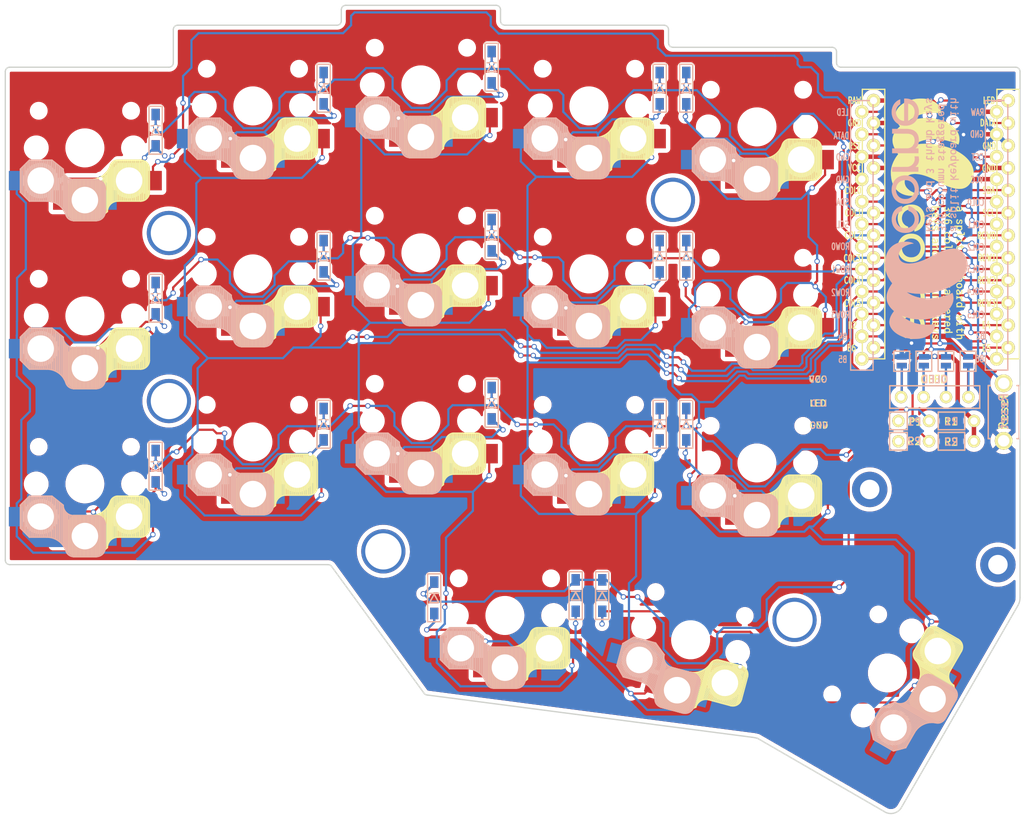
<source format=kicad_pcb>
(kicad_pcb (version 20211014) (generator pcbnew)
  (title_block (title "Corne Chocolate") (date "2018-11-17") (rev "2.1") (company "foostan"))
  (layers (0 "F.Cu" signal) (31 "B.Cu" signal) (34 "B.Paste" user) (35 "F.Paste" user) (36 "B.SilkS" user "B.Silkscreen") (37 "F.SilkS" user "F.Silkscreen") (38 "B.Mask" user) (39 "F.Mask" user) (44 "Edge.Cuts" user))
  (net 0 "")
  (net 1 "row0")
  (net 2 "row1")
  (net 3 "Net-(D2-Pad2)")
  (net 4 "row2")
  (net 5 "Net-(D3-Pad2)")
  (net 6 "row3")
  (net 7 "Net-(D4-Pad2)")
  (net 8 "Net-(D5-Pad2)")
  (net 9 "Net-(D6-Pad2)")
  (net 10 "Net-(D8-Pad2)")
  (net 11 "Net-(D9-Pad2)")
  (net 12 "Net-(D10-Pad2)")
  (net 13 "Net-(D11-Pad2)")
  (net 14 "Net-(D12-Pad2)")
  (net 15 "Net-(D14-Pad2)")
  (net 16 "Net-(D15-Pad2)")
  (net 17 "Net-(D16-Pad2)")
  (net 18 "Net-(D17-Pad2)")
  (net 19 "Net-(D18-Pad2)")
  (net 20 "Net-(D19-Pad2)")
  (net 21 "Net-(D20-Pad2)")
  (net 22 "Net-(D21-Pad2)")
  (net 23 "GND")
  (net 24 "VCC")
  (net 25 "col0")
  (net 26 "col1")
  (net 27 "col2")
  (net 28 "col3")
  (net 29 "col4")
  (net 30 "col5")
  (net 31 "LED")
  (net 32 "data")
  (net 33 "Net-(U1-Pad24)")
  (net 34 "Net-(U1-Pad14)")
  (net 35 "Net-(U1-Pad13)")
  (net 36 "Net-(U1-Pad12)")
  (net 37 "Net-(U1-Pad11)")
  (net 38 "reset")
  (net 39 "SCL")
  (net 40 "SDA")
  (net 41 "Net-(J2-Pad1)")
  (net 42 "Net-(J2-Pad2)")
  (net 43 "Net-(J2-Pad3)")
  (net 44 "Net-(J2-Pad4)")
  (net 45 "Net-(J1-PadA)")
  (net 46 "Net-(J1-PadB)")
  (footprint "kbd:D3_SMD" (layer "F.Cu") (at 97 75.125 -90)
    (fp_text reference "D2" hide)
    (fp_text value "D" hide)
  )
  (footprint "kbd:D3_SMD" (layer "F.Cu") (at 116 70.375 -90)
    (fp_text reference "D3" hide)
    (fp_text value "D" hide)
  )
  (footprint "kbd:D3_SMD" (layer "F.Cu") (at 135 68 -90)
    (fp_text reference "D4" hide)
    (fp_text value "D" hide)
  )
  (footprint "kbd:D3_SMD" (layer "F.Cu") (at 154 70.375 -90)
    (fp_text reference "D5" hide)
    (fp_text value "D" hide)
  )
  (footprint "kbd:D3_SMD" (layer "F.Cu") (at 157 70.375 -90)
    (fp_text reference "D6" hide)
    (fp_text value "D" hide)
  )
  (footprint "kbd:D3_SMD" (layer "F.Cu") (at 97 94.125 -90)
    (fp_text reference "D8" hide)
    (fp_text value "D" hide)
  )
  (footprint "kbd:D3_SMD" (layer "F.Cu") (at 116 89.375 -90)
    (fp_text reference "D9" hide)
    (fp_text value "D" hide)
  )
  (footprint "kbd:D3_SMD" (layer "F.Cu") (at 135 87 -90)
    (fp_text reference "D10" hide)
    (fp_text value "D" hide)
  )
  (footprint "kbd:D3_SMD" (layer "F.Cu") (at 154 89.375 -90)
    (fp_text reference "D11" hide)
    (fp_text value "D" hide)
  )
  (footprint "kbd:D3_SMD" (layer "F.Cu") (at 157 89.375 -90)
    (fp_text reference "D12" hide)
    (fp_text value "D" hide)
  )
  (footprint "kbd:D3_SMD" (layer "F.Cu") (at 97 113.125 -90)
    (fp_text reference "D14" hide)
    (fp_text value "D" hide)
  )
  (footprint "kbd:D3_SMD" (layer "F.Cu") (at 116 108.375 -90)
    (fp_text reference "D15" hide)
    (fp_text value "D" hide)
  )
  (footprint "kbd:D3_SMD" (layer "F.Cu") (at 135 106 -90)
    (fp_text reference "D16" hide)
    (fp_text value "D" hide)
  )
  (footprint "kbd:D3_SMD" (layer "F.Cu") (at 154 108.375 -90)
    (fp_text reference "D17" hide)
    (fp_text value "D" hide)
  )
  (footprint "kbd:D3_SMD" (layer "F.Cu") (at 157 108.375 -90)
    (fp_text reference "D18" hide)
    (fp_text value "D" hide)
  )
  (footprint "kbd:D3_SMD" (layer "F.Cu") (at 128.5 128 -90)
    (fp_text reference "D19" hide)
    (fp_text value "D" hide)
  )
  (footprint "kbd:D3_SMD" (layer "F.Cu") (at 144.5 127.75 -90)
    (fp_text reference "D20" hide)
    (fp_text value "D" hide)
  )
  (footprint "kbd:D3_SMD" (layer "F.Cu") (at 147.5 127.75 -90)
    (fp_text reference "D21" hide)
    (fp_text value "D" hide)
  )
  (footprint "kbd:Choc_Hotswap" (layer "F.Cu") (at 89 77.125 180)
    (fp_text reference "SW2" hide)
    (fp_text value "SW_PUSH" hide)
  )
  (footprint "kbd:Choc_Hotswap" (layer "F.Cu") (at 108 72.375 180)
    (fp_text reference "SW3" hide)
    (fp_text value "SW_PUSH" hide)
  )
  (footprint "kbd:Choc_Hotswap" (layer "F.Cu") (at 127 70 180)
    (fp_text reference "SW4" hide)
    (fp_text value "SW_PUSH" hide)
  )
  (footprint "kbd:Choc_Hotswap" (layer "F.Cu") (at 146 72.375 180)
    (fp_text reference "SW5" hide)
    (fp_text value "SW_PUSH" hide)
  )
  (footprint "kbd:Choc_Hotswap" (layer "F.Cu") (at 165 74.75 180)
    (fp_text reference "SW6" hide)
    (fp_text value "SW_PUSH" hide)
  )
  (footprint "kbd:Choc_Hotswap" (layer "F.Cu") (at 89 96.125 180)
    (fp_text reference "SW8" hide)
    (fp_text value "SW_PUSH" hide)
  )
  (footprint "kbd:Choc_Hotswap" (layer "F.Cu") (at 108 91.375 180)
    (fp_text reference "SW9" hide)
    (fp_text value "SW_PUSH" hide)
  )
  (footprint "kbd:Choc_Hotswap" (layer "F.Cu") (at 127 89 180)
    (fp_text reference "SW10" hide)
    (fp_text value "SW_PUSH" hide)
  )
  (footprint "kbd:Choc_Hotswap" (layer "F.Cu") (at 146 91.375 180)
    (fp_text reference "SW11" hide)
    (fp_text value "SW_PUSH" hide)
  )
  (footprint "kbd:Choc_Hotswap" (layer "F.Cu") (at 165 93.75 180)
    (fp_text reference "SW12" hide)
    (fp_text value "SW_PUSH" hide)
  )
  (footprint "kbd:Choc_Hotswap" (layer "F.Cu") (at 89 115.125 180)
    (fp_text reference "SW14" hide)
    (fp_text value "SW_PUSH" hide)
  )
  (footprint "kbd:Choc_Hotswap" (layer "F.Cu") (at 108 110.375 180)
    (fp_text reference "SW15" hide)
    (fp_text value "SW_PUSH" hide)
  )
  (footprint "kbd:Choc_Hotswap" (layer "F.Cu") (at 127 108 180)
    (fp_text reference "SW16" hide)
    (fp_text value "SW_PUSH" hide)
  )
  (footprint "kbd:Choc_Hotswap" (layer "F.Cu") (at 146 110.375 180)
    (fp_text reference "SW17" hide)
    (fp_text value "SW_PUSH" hide)
  )
  (footprint "kbd:Choc_Hotswap" (layer "F.Cu") (at 165 112.75 180)
    (fp_text reference "SW18" hide)
    (fp_text value "SW_PUSH" hide)
  )
  (footprint "kbd:Choc_Hotswap" (layer "F.Cu") (at 136.5 130 180)
    (fp_text reference "SW19" hide)
    (fp_text value "SW_PUSH" hide)
  )
  (footprint "kbd:Choc_Hotswap" (layer "F.Cu") (at 157.5 132.75 165)
    (fp_text reference "SW20" hide)
    (fp_text value "SW_PUSH" hide)
  )
  (footprint "kbd:Jumper" (layer "F.Cu") (at 188.875 101.25 -90)
    (fp_text reference "JP2" hide)
    (fp_text value " ")
  )
  (footprint "kbd:Jumper" (layer "F.Cu") (at 186.375 101.25 -90)
    (fp_text reference "JP3" hide)
    (fp_text value " ")
  )
  (footprint "kbd:Jumper" (layer "F.Cu") (at 183.875 101.25 -90)
    (fp_text reference "JP4" hide)
    (fp_text value " ")
  )
  (footprint "kbd:Jumper" (layer "F.Cu") (at 181.375 101.25 -90)
    (fp_text reference "JP5" hide)
    (fp_text value " ")
  )
  (footprint "kbd:ProMicro_v2" (layer "F.Cu") (at 185.75 86.25)
    (fp_text reference "U1" hide)
    (fp_text value "ProMicro" hide)
  )
  (footprint "kbd:LEGO_HOLE" (layer "F.Cu") (at 177.75 115.75)
    (fp_text reference "")
    (fp_text value "")
  )
  (footprint "kbd:LEGO_HOLE" (layer "F.Cu") (at 192.25 124.25)
    (fp_text reference "")
    (fp_text value "")
  )
  (footprint "kbd:LEGO_HOLE" (layer "F.Cu") (at 98.5 86.75)
    (fp_text reference "")
    (fp_text value "")
  )
  (footprint "kbd:LEGO_HOLE" (layer "F.Cu") (at 98.5 105.75)
    (fp_text reference "")
    (fp_text value "")
  )
  (footprint "kbd:LEGO_HOLE" (layer "F.Cu") (at 155.5 83)
    (fp_text reference "")
    (fp_text value "")
  )
  (footprint "kbd:LEGO_HOLE" (layer "F.Cu") (at 122.75 122.75)
    (fp_text reference "")
    (fp_text value "")
  )
  (footprint "kbd:LEGO_HOLE" (layer "F.Cu") (at 169.25 130.5)
    (fp_text reference "")
    (fp_text value "")
  )
  (footprint "kbd:OLED" (layer "F.Cu") (at 181.3 105.3)
    (fp_text reference "OLED")
    (fp_text value "OLED" hide)
  )
  (footprint "kbd:ResetSW" (layer "F.Cu") (at 192.9 107 90)
    (fp_text reference "RSW1" hide)
    (fp_text value "Reset")
  )
  (footprint "kbd:corne" (layer "F.Cu") (at 184.7 85.225 -90)
    (fp_text reference "G***" hide)
    (fp_text value "LOGO" hide)
  )
  (footprint "kbd:Choc_Hotswap_1.5u" (layer "F.Cu") (at 179.75 136.5 -120)
    (fp_text reference "SW21" hide)
    (fp_text value "SW_PUSH" hide)
  )
  (footprint "kbd:R" (layer "F.Cu") (at 187 110.3 180)
    (fp_text reference "R2")
    (fp_text value "R" hide)
  )
  (footprint "kbd:R" (layer "F.Cu") (at 187 108 180)
    (fp_text reference "R1")
    (fp_text value "R" hide)
  )
  (footprint "kbd:1pin_conn" (layer "F.Cu") (at 181 108)
    (fp_text reference "P1")
    (fp_text value "i2c-pin" hide)
  )
  (footprint "kbd:1pin_conn" (layer "F.Cu") (at 181 110.3)
    (fp_text reference "P2")
    (fp_text value "i2c-pin" hide)
  )
  (footprint "kbd:Jumper" (layer "B.Cu") (at 188.875 101.25 -90)
    (fp_text reference "JP6" hide)
    (fp_text value " ")
  )
  (footprint "kbd:Jumper" (layer "B.Cu") (at 186.375 101.25 -90)
    (fp_text reference "JP7" hide)
    (fp_text value " ")
  )
  (footprint "kbd:Jumper" (layer "B.Cu") (at 183.875 101.25 -90)
    (fp_text reference "JP8" hide)
    (fp_text value " ")
  )
  (footprint "kbd:Jumper" (layer "B.Cu") (at 181.375 101.25 -90)
    (fp_text reference "JP9" hide)
    (fp_text value " ")
  )
  (footprint "kbd:corne" (layer "B.Cu") (at 184.025 85.05 90)
    (fp_text reference "G***" hide)
    (fp_text value "LOGO" hide)
  )
  (gr_arc (start 181.297263 151.781465) (mid 180.412069 152.371617) (end 179.369251 152.160956) (layer "Edge.Cuts") (width 0.15))
  (gr_arc (start 116.5 124.25) (mid 116.691342 124.28806) (end 116.853553 124.396447) (layer "Edge.Cuts") (width 0.15))
  (gr_arc (start 118 62.75) (mid 117.853553 63.103553) (end 117.5 63.25) (layer "Edge.Cuts") (width 0.15))
  (gr_arc (start 135.5 61) (mid 135.853553 61.146447) (end 136 61.5) (layer "Edge.Cuts") (width 0.15))
  (gr_arc (start 99 67.5) (mid 98.853553 67.853553) (end 98.5 68) (layer "Edge.Cuts") (width 0.15))
  (gr_line (start 127.75 139) (end 164.420555 143.770344) (layer "Edge.Cuts") (width 0.15))
  (gr_arc (start 155.5 65.75) (mid 155.146447 65.603553) (end 155 65.25) (layer "Edge.Cuts") (width 0.15))
  (gr_arc (start 164.420555 143.770344) (mid 164.750952 143.819149) (end 165.075 143.9) (layer "Edge.Cuts") (width 0.15))
  (gr_arc (start 80.5 124.25) (mid 80.146447 124.103553) (end 80 123.75) (layer "Edge.Cuts") (width 0.15))
  (gr_line (start 181.297263 151.781465) (end 194.525 128.85) (layer "Edge.Cuts") (width 0.15))
  (gr_line (start 99 63.75) (end 99 67.5) (layer "Edge.Cuts") (width 0.15))
  (gr_line (start 116.5 124.25) (end 80.5 124.25) (layer "Edge.Cuts") (width 0.15))
  (gr_arc (start 194.25 68) (mid 194.603553 68.146447) (end 194.75 68.5) (layer "Edge.Cuts") (width 0.15))
  (gr_line (start 165.075 143.9) (end 179.369251 152.160956) (layer "Edge.Cuts") (width 0.15))
  (gr_line (start 117.5 63.25) (end 99.5 63.25) (layer "Edge.Cuts") (width 0.15))
  (gr_arc (start 80 68.5) (mid 80.146447 68.146447) (end 80.5 68) (layer "Edge.Cuts") (width 0.15))
  (gr_line (start 194.75 68.5) (end 194.75 127.975) (layer "Edge.Cuts") (width 0.15))
  (gr_arc (start 99 63.75) (mid 99.146447 63.396447) (end 99.5 63.25) (layer "Edge.Cuts") (width 0.15))
  (gr_line (start 135.5 61) (end 118.5 61) (layer "Edge.Cuts") (width 0.15))
  (gr_line (start 98.5 68) (end 80.5 68) (layer "Edge.Cuts") (width 0.15))
  (gr_arc (start 154.5 63.25) (mid 154.853553 63.396447) (end 155 63.75) (layer "Edge.Cuts") (width 0.15))
  (gr_line (start 174 66.25) (end 174 67.5) (layer "Edge.Cuts") (width 0.15))
  (gr_line (start 116.853553 124.396447) (end 127.396447 138.853553) (layer "Edge.Cuts") (width 0.15))
  (gr_line (start 194.25 68) (end 174.5 68) (layer "Edge.Cuts") (width 0.15))
  (gr_arc (start 174.5 68) (mid 174.146447 67.853553) (end 174 67.5) (layer "Edge.Cuts") (width 0.15))
  (gr_line (start 155 65.25) (end 155 63.75) (layer "Edge.Cuts") (width 0.15))
  (gr_line (start 173.5 65.75) (end 155.5 65.75) (layer "Edge.Cuts") (width 0.15))
  (gr_arc (start 127.75 139) (mid 127.558658 138.96194) (end 127.396447 138.853553) (layer "Edge.Cuts") (width 0.15))
  (gr_arc (start 173.5 65.75) (mid 173.853553 65.896447) (end 174 66.25) (layer "Edge.Cuts") (width 0.15))
  (gr_line (start 136 62.75) (end 136 61.5) (layer "Edge.Cuts") (width 0.15))
  (gr_line (start 154.5 63.25) (end 136.5 63.25) (layer "Edge.Cuts") (width 0.15))
  (gr_line (start 80 68.5) (end 80 123.75) (layer "Edge.Cuts") (width 0.15))
  (gr_line (start 118 61.5) (end 118 62.75) (layer "Edge.Cuts") (width 0.15))
  (gr_arc (start 136.5 63.25) (mid 136.146447 63.103553) (end 136 62.75) (layer "Edge.Cuts") (width 0.15))
  (gr_arc (start 118 61.5) (mid 118.146447 61.146447) (end 118.5 61) (layer "Edge.Cuts") (width 0.15))
  (gr_arc (start 194.75 127.975) (mid 194.695218 128.426668) (end 194.522764 128.847696) (layer "Edge.Cuts") (width 0.15))
  (gr_text "VCC" (at 172 108.5) (layer "B.SilkS") (effects (font (size 0.7 0.7) (thickness 0.125)) (justify mirror)))
  (gr_text "OLED" (at 185.1 103.3) (layer "B.SilkS") (effects (font (size 0.8128 0.8128)) (justify mirror)))
  (gr_text "LED" (at 172 106) (layer "B.SilkS") (effects (font (size 0.7 0.7) (thickness 0.125)) (justify mirror)))
  (gr_text "GND" (at 171.9 103.3) (layer "B.SilkS") (effects (font (size 0.7 0.7) (thickness 0.125)) (justify mirror)))
  (gr_text "LED" (at 171.9 106) (layer "F.SilkS") (effects (font (size 0.7 0.7) (thickness 0.125))))
  (gr_text "GND" (at 172 108.5) (layer "F.SilkS") (effects (font (size 0.7 0.7) (thickness 0.125))))
  (gr_text "VCC" (at 171.9 103.3) (layer "F.SilkS") (effects (font (size 0.7 0.7) (thickness 0.125))))
  (segment (start 187.518 88.282) (end 188.788 87.012) (width 0.25) (layer "F.Cu") (net 1))
  (segment (start 188.788 87.012) (end 193.4064 87.012) (width 0.25) (layer "F.Cu") (net 1))
  (segment (start 115.75 69.95) (end 116 69.7) (width 0.25) (layer "F.Cu") (net 1))
  (segment (start 116 69.7) (end 116 68.6) (width 0.25) (layer "F.Cu") (net 1))
  (segment (start 135 67.6) (end 135 66.225) (width 0.25) (layer "F.Cu") (net 1))
  (segment (start 97 74.75) (end 97 73.35) (width 0.25) (layer "F.Cu") (net 1))
  (segment (start 154 70) (end 154 68.6) (width 0.25) (layer "F.Cu") (net 1))
  (segment (start 157 68.6) (end 157 70) (width 0.25) (layer "F.Cu") (net 1))
  (segment (start 174.62 86.042) (end 174.62 82.004264) (width 0.25) (layer "F.Cu") (net 1))
  (segment (start 176.86 88.282) (end 187.518 88.282) (width 0.25) (layer "F.Cu") (net 1))
  (segment (start 174.8 77) (end 174.8 77.592016) (width 0.25) (layer "F.Cu") (net 1))
  (segment (start 174.62 82.004264) (end 174.62 81.58) (width 0.25) (layer "F.Cu") (net 1))
  (segment (start 174.8 77.592016) (end 174.623487 77.768529) (width 0.25) (layer "F.Cu") (net 1))
  (segment (start 176.86 88.282) (end 174.62 86.042) (width 0.25) (layer "F.Cu") (net 1))
  (via (at 115.75 69.95) (size 0.6) (drill 0.4) (layers "F.Cu" "B.Cu") (net 1))
  (via (at 135 67.6) (size 0.6) (drill 0.4) (layers "F.Cu" "B.Cu") (net 1))
  (via (at 174.62 81.58) (size 0.6) (drill 0.4) (layers "F.Cu" "B.Cu") (net 1))
  (via (at 174.8 77) (size 0.6) (drill 0.4) (layers "F.Cu" "B.Cu") (net 1))
  (via (at 174.623487 77.768529) (size 0.6) (drill 0.4) (layers "F.Cu" "B.Cu") (net 1))
  (via (at 157 70) (size 0.6) (drill 0.4) (layers "F.Cu" "B.Cu") (net 1))
  (via (at 154 70) (size 0.6) (drill 0.4) (layers "F.Cu" "B.Cu") (net 1))
  (via (at 97 74.75) (size 0.6) (drill 0.4) (layers "F.Cu" "B.Cu") (net 1))
  (segment (start 97.85 75.35) (end 100.8 72.4) (width 0.25) (layer "B.Cu") (net 1))
  (segment (start 100.8 72.4) (end 100.8 71.4) (width 0.25) (layer "B.Cu") (net 1))
  (segment (start 100.8 71.4) (end 101.4 70.8) (width 0.25) (layer "B.Cu") (net 1))
  (segment (start 101.4 70.8) (end 104 70.8) (width 0.25) (layer "B.Cu") (net 1))
  (segment (start 104 70.8) (end 104.9 71.7) (width 0.25) (layer "B.Cu") (net 1))
  (segment (start 104.9 71.7) (end 104.9 72.85) (width 0.25) (layer "B.Cu") (net 1))
  (segment (start 104.9 72.85) (end 106.95 74.9) (width 0.25) (layer "B.Cu") (net 1))
  (segment (start 106.95 74.9) (end 109.1 74.9) (width 0.25) (layer "B.Cu") (net 1))
  (segment (start 109.1 74.9) (end 111 73) (width 0.25) (layer "B.Cu") (net 1))
  (segment (start 111 73) (end 111 71.5) (width 0.25) (layer "B.Cu") (net 1))
  (segment (start 111 71.5) (end 111.7 70.8) (width 0.25) (layer "B.Cu") (net 1))
  (segment (start 111.7 70.8) (end 115.8 70.8) (width 0.25) (layer "B.Cu") (net 1))
  (segment (start 115.8 70) (end 115.75 69.95) (width 0.25) (layer "B.Cu") (net 1))
  (segment (start 116 69.7) (end 115.75 69.95) (width 0.25) (layer "B.Cu") (net 1))
  (segment (start 135 68.2) (end 135 67.6) (width 0.25) (layer "B.Cu") (net 1))
  (segment (start 157 70) (end 157.05 70.05) (width 0.25) (layer "B.Cu") (net 1))
  (segment (start 157.05 70.05) (end 157.05 70.6) (width 0.25) (layer "B.Cu") (net 1))
  (segment (start 157.05 70.6) (end 157 70.6) (width 0.25) (layer "B.Cu") (net 1))
  (segment (start 157.05 70.6) (end 158.2 70.6) (width 0.25) (layer "B.Cu") (net 1))
  (segment (start 116 68.6) (end 116 69.7) (width 0.25) (layer "B.Cu") (net 1))
  (segment (start 154 70) (end 154 68.6) (width 0.25) (layer "B.Cu") (net 1))
  (segment (start 117.2 69.4) (end 116 70.6) (width 0.25) (layer "B.Cu") (net 1))
  (segment (start 131.18 68.2) (end 130.63 68.75) (width 0.25) (layer "B.Cu") (net 1))
  (segment (start 151.063589 70.6) (end 146.763589 74.9) (width 0.25) (layer "B.Cu") (net 1))
  (segment (start 119.5 69.4) (end 117.2 69.4) (width 0.25) (layer "B.Cu") (net 1))
  (segment (start 127.9 72.6) (end 125.95 72.6) (width 0.25) (layer "B.Cu") (net 1))
  (segment (start 166 77.3) (end 170.03 73.27) (width 0.25) (layer "B.Cu") (net 1))
  (segment (start 174.090003 76.034999) (end 174.259263 76.034999) (width 0.25) (layer "B.Cu") (net 1))
  (segment (start 173.635002 75.529998) (end 173.635002 75.579998) (width 0.25) (layer "B.Cu") (net 1))
  (segment (start 171.375004 73.27) (end 173.635002 75.529998) (width 0.25) (layer "B.Cu") (net 1))
  (segment (start 161.95 74.35) (end 161.95 75.75) (width 0.25) (layer "B.Cu") (net 1))
  (segment (start 174.623487 77.768529) (end 174.623487 81.576513) (width 0.25) (layer "B.Cu") (net 1))
  (segment (start 144.95 74.9) (end 143.1 73.05) (width 0.25) (layer "B.Cu") (net 1))
  (segment (start 120.8 68.1) (end 119.5 69.4) (width 0.25) (layer "B.Cu") (net 1))
  (segment (start 123.8 70.45) (end 123.8 69.2) (width 0.25) (layer "B.Cu") (net 1))
  (segment (start 174.623487 81.576513) (end 174.62 81.58) (width 0.25) (layer "B.Cu") (net 1))
  (segment (start 146.763589 74.9) (end 144.95 74.9) (width 0.25) (layer "B.Cu") (net 1))
  (segment (start 136.9 68.2) (end 135 68.2) (width 0.25) (layer "B.Cu") (net 1))
  (segment (start 157 70) (end 157 68.6) (width 0.25) (layer "B.Cu") (net 1))
  (segment (start 139.3 70.6) (end 136.9 68.2) (width 0.25) (layer "B.Cu") (net 1))
  (segment (start 163.5 77.3) (end 166 77.3) (width 0.25) (layer "B.Cu") (net 1))
  (segment (start 97 74.75) (end 97 73.35) (width 0.25) (layer "B.Cu") (net 1))
  (segment (start 97 75.35) (end 97.85 75.35) (width 0.25) (layer "B.Cu") (net 1))
  (segment (start 158.2 70.6) (end 161.95 74.35) (width 0.25) (layer "B.Cu") (net 1))
  (segment (start 161.95 75.75) (end 163.5 77.3) (width 0.25) (layer "B.Cu") (net 1))
  (segment (start 97 75.35) (end 97 74.75) (width 0.25) (layer "B.Cu") (net 1))
  (segment (start 135 66.225) (end 135 67.6) (width 0.25) (layer "B.Cu") (net 1))
  (segment (start 173.635002 75.579998) (end 174.090003 76.034999) (width 0.25) (layer "B.Cu") (net 1))
  (segment (start 154 70.6) (end 157 70.6) (width 0.25) (layer "B.Cu") (net 1))
  (segment (start 123.8 69.2) (end 122.7 68.1) (width 0.25) (layer "B.Cu") (net 1))
  (segment (start 116 70.6) (end 115.8 70.8) (width 0.25) (layer "B.Cu") (net 1))
  (segment (start 125.95 72.6) (end 123.8 70.45) (width 0.25) (layer "B.Cu") (net 1))
  (segment (start 115.8 70.8) (end 115.8 70) (width 0.25) (layer "B.Cu") (net 1))
  (segment (start 135 68.2) (end 131.18 68.2) (width 0.25) (layer "B.Cu") (net 1))
  (segment (start 142.55 70.6) (end 139.3 70.6) (width 0.25) (layer "B.Cu") (net 1))
  (segment (start 130.63 68.75) (end 130.63 68.77) (width 0.25) (layer "B.Cu") (net 1))
  (segment (start 174.259263 76.034999) (end 174.8 76.575736) (width 0.25) (layer "B.Cu") (net 1))
  (segment (start 122.7 68.1) (end 120.8 68.1) (width 0.25) (layer "B.Cu") (net 1))
  (segment (start 170.03 73.27) (end 171.375004 73.27) (width 0.25) (layer "B.Cu") (net 1))
  (segment (start 154 70.6) (end 151.063589 70.6) (width 0.25) (layer "B.Cu") (net 1))
  (segment (start 129.9 70.6) (end 127.9 72.6) (width 0.25) (layer "B.Cu") (net 1))
  (segment (start 143.1 71.15) (end 142.55 70.6) (width 0.25) (layer "B.Cu") (net 1))
  (segment (start 174.8 76.575736) (end 174.8 77) (width 0.25) (layer "B.Cu") (net 1))
  (segment (start 129.9 69.5) (end 129.9 70.6) (width 0.25) (layer "B.Cu") (net 1))
  (segment (start 130.63 68.77) (end 129.9 69.5) (width 0.25) (layer "B.Cu") (net 1))
  (segment (start 154 70.6) (end 154 70) (width 0.25) (layer "B.Cu") (net 1))
  (segment (start 143.1 73.05) (end 143.1 71.15) (width 0.25) (layer "B.Cu") (net 1))
  (segment (start 121 87.3) (end 119 87.3) (width 0.25) (layer "F.Cu") (net 2))
  (segment (start 139.9 89.5) (end 138.2 89.5) (width 0.25) (layer "F.Cu") (net 2))
  (segment (start 182.478 90.822) (end 183.748 89.552) (width 0.25) (layer "F.Cu") (net 2))
  (segment (start 183.748 89.552) (end 193.4064 89.552) (width 0.25) (layer "F.Cu") (net 2))
  (segment (start 96.95 93.7) (end 97 93.65) (width 0.25) (layer "F.Cu") (net 2))
  (segment (start 97 93.65) (end 97 92.35) (width 0.25) (layer "F.Cu") (net 2))
  (segment (start 116 89.05) (end 116 87.6) (width 0.25) (layer "F.Cu") (net 2))
  (segment (start 135 86.6) (end 135 85.225) (width 0.25) (layer "F.Cu") (net 2))
  (segment (start 154 89.6) (end 157 89.6) (width 0.25) (layer "F.Cu") (net 2))
  (segment (start 98.98 92.91) (end 102.14 89.75) (width 0.25) (layer "F.Cu") (net 2))
  (segment (start 98.98 92.91) (end 98.98 93.53) (width 0.25) (layer "F.Cu") (net 2))
  (segment (start 176.86 90.822) (end 174.407072 90.822) (width 0.25) (layer "F.Cu") (net 2))
  (segment (start 154 87.6) (end 154 89.6) (width 0.25) (layer "F.Cu") (net 2))
  (segment (start 157 87.6) (end 157 89.6) (width 0.25) (layer "F.Cu") (net 2))
  (segment (start 176.86 90.822) (end 182.478 90.822) (width 0.25) (layer "F.Cu") (net 2))
  (segment (start 174.407072 90.822) (end 174.185032 90.59996) (width 0.25) (layer "F.Cu") (net 2))
  (via (at 154 89.6) (size 0.6) (drill 0.4) (layers "F.Cu" "B.Cu") (net 2))
  (via (at 174.185032 90.59996) (size 0.6) (drill 0.4) (layers "F.Cu" "B.Cu") (net 2))
  (via (at 98.98 93.53) (size 0.6) (drill 0.4) (layers "F.Cu" "B.Cu") (net 2))
  (via (at 119 87.3) (size 0.6) (drill 0.4) (layers "F.Cu" "B.Cu") (net 2))
  (via (at 121 87.3) (size 0.6) (drill 0.4) (layers "F.Cu" "B.Cu") (net 2))
  (via (at 135 86.6) (size 0.6) (drill 0.4) (layers "F.Cu" "B.Cu") (net 2))
  (via (at 116 89.05) (size 0.6) (drill 0.4) (layers "F.Cu" "B.Cu") (net 2))
  (via (at 157 89.6) (size 0.6) (drill 0.4) (layers "F.Cu" "B.Cu") (net 2))
  (via (at 102.14 89.75) (size 0.6) (drill 0.4) (layers "F.Cu" "B.Cu") (net 2))
  (via (at 139.9 89.5) (size 0.6) (drill 0.4) (layers "F.Cu" "B.Cu") (net 2))
  (via (at 96.95 93.7) (size 0.6) (drill 0.4) (layers "F.Cu" "B.Cu") (net 2))
  (via (at 138.2 89.5) (size 0.6) (drill 0.4) (layers "F.Cu" "B.Cu") (net 2))
  (segment (start 119 87.3) (end 118.2 88.1) (width 0.25) (layer "B.Cu") (net 2))
  (segment (start 118.2 88.1) (end 118.2 89) (width 0.25) (layer "B.Cu") (net 2))
  (segment (start 118.2 89) (end 117.6 89.6) (width 0.25) (layer "B.Cu") (net 2))
  (segment (start 117.6 89.6) (end 116 89.6) (width 0.25) (layer "B.Cu") (net 2))
  (segment (start 138.2 89.5) (end 135.925 87.225) (width 0.25) (layer "B.Cu") (net 2))
  (segment (start 135 87.225) (end 135.925 87.225) (width 0.25) (layer "B.Cu") (net 2))
  (segment (start 97 93.65) (end 96.95 93.7) (width 0.25) (layer "B.Cu") (net 2))
  (segment (start 99 93.55) (end 98.2 94.35) (width 0.25) (layer "B.Cu") (net 2))
  (segment (start 98.2 94.35) (end 96.95 94.35) (width 0.25) (layer "B.Cu") (net 2))
  (segment (start 157 89.6) (end 157 87.6) (width 0.25) (layer "B.Cu") (net 2))
  (segment (start 99 93.55) (end 98.98 93.53) (width 0.25) (layer "B.Cu") (net 2))
  (segment (start 142.55 89.5) (end 139.9 89.5) (width 0.25) (layer "B.Cu") (net 2))
  (segment (start 115.7 89.6) (end 115.35 89.95) (width 0.25) (layer "B.Cu") (net 2))
  (segment (start 157.7 89.6) (end 159.2 91.1) (width 0.25) (layer "B.Cu") (net 2))
  (segment (start 123.1 87.3) (end 121 87.3) (width 0.25) (layer "B.Cu") (net 2))
  (segment (start 157 89.6) (end 157.7 89.6) (width 0.25) (layer "B.Cu") (net 2))
  (segment (start 130.875 87.225) (end 129.9 88.2) (width 0.25) (layer "B.Cu") (net 2))
  (segment (start 97 92.35) (end 97 93.65) (width 0.25) (layer "B.Cu") (net 2))
  (segment (start 115.35 89.95) (end 112.05 89.95) (width 0.25) (layer "B.Cu") (net 2))
  (segment (start 143.1 92.05) (end 143.1 90.05) (width 0.25) (layer "B.Cu") (net 2))
  (segment (start 105.4 92.4) (end 105.4 91.15) (width 0.25) (layer "B.Cu") (net 2))
  (segment (start 135 87.225) (end 135 86.6) (width 0.25) (layer "B.Cu") (net 2))
  (segment (start 148.9 90.56) (end 148.9 92) (width 0.25) (layer "B.Cu") (net 2))
  (segment (start 154 89.6) (end 153.3 89.6) (width 0.25) (layer "B.Cu") (net 2))
  (segment (start 173.885033 90.899959) (end 174.185032 90.59996) (width 0.25) (layer "B.Cu") (net 2))
  (segment (start 159.2 91.1) (end 173.684992 91.1) (width 0.25) (layer "B.Cu") (net 2))
  (segment (start 129.9 88.2) (end 129.9 89.7) (width 0.25) (layer "B.Cu") (net 2))
  (segment (start 128.1 91.5) (end 125.9 91.5) (width 0.25) (layer "B.Cu") (net 2))
  (segment (start 109.1 93.95) (end 106.95 93.95) (width 0.25) (layer "B.Cu") (net 2))
  (segment (start 173.684992 91.1) (end 173.885033 90.899959) (width 0.25) (layer "B.Cu") (net 2))
  (segment (start 96.95 94.35) (end 96.95 93.7) (width 0.25) (layer "B.Cu") (net 2))
  (segment (start 123.9 88.1) (end 123.1 87.3) (width 0.25) (layer "B.Cu") (net 2))
  (segment (start 146.8 94.1) (end 145.15 94.1) (width 0.25) (layer "B.Cu") (net 2))
  (segment (start 105.4 91.15) (end 104 89.75) (width 0.25) (layer "B.Cu") (net 2))
  (segment (start 135 87.225) (end 130.875 87.225) (width 0.25) (layer "B.Cu") (net 2))
  (segment (start 112.05 89.95) (end 110.45 91.55) (width 0.25) (layer "B.Cu") (net 2))
  (segment (start 110.45 92.6) (end 109.1 93.95) (width 0.25) (layer "B.Cu") (net 2))
  (segment (start 143.1 90.05) (end 142.55 89.5) (width 0.25) (layer "B.Cu") (net 2))
  (segment (start 125.9 91.5) (end 123.9 89.5) (width 0.25) (layer "B.Cu") (net 2))
  (segment (start 145.15 94.1) (end 143.1 92.05) (width 0.25) (layer "B.Cu") (net 2))
  (segment (start 135 85.225) (end 135 86.6) (width 0.25) (layer "B.Cu") (net 2))
  (segment (start 148.9 92) (end 146.8 94.1) (width 0.25) (layer "B.Cu") (net 2))
  (segment (start 106.95 93.95) (end 105.4 92.4) (width 0.25) (layer "B.Cu") (net 2))
  (segment (start 123.9 89.5) (end 123.9 88.1) (width 0.25) (layer "B.Cu") (net 2))
  (segment (start 153.3 89.6) (end 153.02 89.88) (width 0.25) (layer "B.Cu") (net 2))
  (segment (start 149.58 89.88) (end 148.9 90.56) (width 0.25) (layer "B.Cu") (net 2))
  (segment (start 104 89.75) (end 102.14 89.75) (width 0.25) (layer "B.Cu") (net 2))
  (segment (start 116 87.6) (end 116 89.05) (width 0.25) (layer "B.Cu") (net 2))
  (segment (start 129.9 89.7) (end 128.1 91.5) (width 0.25) (layer "B.Cu") (net 2))
  (segment (start 116 89.6) (end 115.7 89.6) (width 0.25) (layer "B.Cu") (net 2))
  (segment (start 110.45 91.55) (end 110.45 92.6) (width 0.25) (layer "B.Cu") (net 2))
  (segment (start 116 89.6) (end 116 89.05) (width 0.25) (layer "B.Cu") (net 2))
  (segment (start 154 89.6) (end 154 87.6) (width 0.25) (layer "B.Cu") (net 2))
  (segment (start 153.02 89.88) (end 149.58 89.88) (width 0.25) (layer "B.Cu") (net 2))
  (segment (start 86.3 81.33) (end 86.3 83.025) (width 0.25) (layer "F.Cu") (net 3))
  (segment (start 95.75 78.25) (end 95.31 78.69) (width 0.25) (layer "F.Cu") (net 3))
  (segment (start 90.8 80.61) (end 87.02 80.61) (width 0.25) (layer "F.Cu") (net 3))
  (segment (start 97.953051 78.028051) (end 98.028051 78.028051) (width 0.25) (layer "F.Cu") (net 3))
  (segment (start 92.72 78.69) (end 90.8 80.61) (width 0.25) (layer "F.Cu") (net 3))
  (segment (start 97 76.9) (end 97 77.075) (width 0.25) (layer "F.Cu") (net 3))
  (segment (start 95.31 78.69) (end 92.72 78.69) (width 0.25) (layer "F.Cu") (net 3))
  (segment (start 87.02 80.61) (end 86.3 81.33) (width 0.25) (layer "F.Cu") (net 3))
  (segment (start 97 77.075) (end 97.953051 78.028051) (width 0.25) (layer "F.Cu") (net 3))
  (via (at 95.75 78.25) (size 0.6) (drill 0.4) (layers "F.Cu" "B.Cu") (net 3))
  (via (at 90.8 80.61) (size 0.6) (drill 0.4) (layers "F.Cu" "B.Cu") (net 3))
  (via (at 98.028051 78.028051) (size 0.6) (drill 0.4) (layers "F.Cu" "B.Cu") (net 3))
  (segment (start 97 77.075) (end 97.953051 78.028051) (width 0.25) (layer "B.Cu") (net 3))
  (segment (start 90.8 80.61) (end 91.69 81.5) (width 0.25) (layer "B.Cu") (net 3))
  (segment (start 97.953051 78.028051) (end 98.028051 78.028051) (width 0.25) (layer "B.Cu") (net 3))
  (segment (start 95.75 78.25) (end 95.75 78.15) (width 0.25) (layer "B.Cu") (net 3))
  (segment (start 95.75 78.15) (end 97 76.9) (width 0.25) (layer "B.Cu") (net 3))
  (segment (start 91.69 81.5) (end 91.69 83.015) (width 0.25) (layer "B.Cu") (net 3))
  (segment (start 91.69 83.015) (end 91.7 83.025) (width 0.25) (layer "B.Cu") (net 3))
  (segment (start 97 76.9) (end 97 77.075) (width 0.25) (layer "B.Cu") (net 3))
  (segment (start 121 106.3) (end 119 106.3) (width 0.25) (layer "F.Cu") (net 4))
  (segment (start 140 108.4) (end 137.9 108.4) (width 0.25) (layer "F.Cu") (net 4))
  (segment (start 135 105.6) (end 135 104.225) (width 0.25) (layer "F.Cu") (net 4))
  (segment (start 154 108.55) (end 154 106.565) (width 0.25) (layer "F.Cu") (net 4))
  (segment (start 154 108.6) (end 157 108.6) (width 0.25) (layer "F.Cu") (net 4))
  (segment (start 157 106.565) (end 157 108.6) (width 0.25) (layer "F.Cu") (net 4))
  (segment (start 154 108.55) (end 154 108.6) (width 0.25) (layer "F.Cu") (net 4))
  (segment (start 97 111.35) (end 97 112.7) (width 0.25) (layer "F.Cu") (net 4))
  (segment (start 103.9 109.4) (end 103.5 109) (width 0.25) (layer "F.Cu") (net 4))
  (segment (start 103.5 109) (end 101.869027 109) (width 0.25) (layer "F.Cu") (net 4))
  (segment (start 175.322988 102.022988) (end 176.6 103.3) (width 0.25) (layer "F.Cu") (net 4))
  (segment (start 176.6 110.342914) (end 175.401794 111.54112) (width 0.25) (layer "F.Cu") (net 4))
  (segment (start 183.208 92.092) (end 188.396998 92.092) (width 0.25) (layer "F.Cu") (net 4))
  (segment (start 175.401794 111.54112) (end 175.101795 111.841119) (width 0.25) (layer "F.Cu") (net 4))
  (segment (start 188.409999 92.105001) (end 189.010001 92.105001) (width 0.25) (layer "F.Cu") (net 4))
  (segment (start 175.322988 94.899012) (end 175.322988 102.022988) (width 0.25) (layer "F.Cu") (net 4))
  (segment (start 189.023002 92.092) (end 192.32877 92.092) (width 0.25) (layer "F.Cu") (net 4))
  (segment (start 188.396998 92.092) (end 188.409999 92.105001) (width 0.25) (layer "F.Cu") (net 4))
  (segment (start 176.6 103.3) (end 176.6 110.342914) (width 0.25) (layer "F.Cu") (net 4))
  (segment (start 101.869027 109) (end 99.677919 111.191108) (width 0.25) (layer "F.Cu") (net 4))
  (segment (start 104.8 109.4) (end 103.9 109.4) (width 0.25) (layer "F.Cu") (net 4))
  (segment (start 189.010001 92.105001) (end 189.023002 92.092) (width 0.25) (layer "F.Cu") (net 4))
  (segment (start 99.677919 111.191108) (end 99.37792 111.491107) (width 0.25) (layer "F.Cu") (net 4))
  (segment (start 176.86 93.362) (end 181.938 93.362) (width 0.25) (layer "F.Cu") (net 4))
  (segment (start 176.86 93.362) (end 175.322988 94.899012) (width 0.25) (layer "F.Cu") (net 4))
  (segment (start 192.32877 92.092) (end 193.4064 92.092) (width 0.25) (layer "F.Cu") (net 4))
  (segment (start 116 106.6) (end 116 108) (width 0.25) (layer "F.Cu") (net 4))
  (segment (start 181.938 93.362) (end 183.208 92.092) (width 0.25) (layer "F.Cu") (net 4))
  (via (at 119 106.3) (size 0.6) (drill 0.4) (layers "F.Cu" "B.Cu") (net 4))
  (via (at 116 108) (size 0.6) (drill 0.4) (layers "F.Cu" "B.Cu") (net 4))
  (via (at 137.9 108.4) (size 0.6) (drill 0.4) (layers "F.Cu" "B.Cu") (net 4))
  (via (at 121 106.3) (size 0.6) (drill 0.4) (layers "F.Cu" "B.Cu") (net 4))
  (via (at 135 105.6) (size 0.6) (drill 0.4) (layers "F.Cu" "B.Cu") (net 4))
  (via (at 104.8 109.4) (size 0.6) (drill 0.4) (layers "F.Cu" "B.Cu") (net 4))
  (via (at 175.101795 111.841119) (size 0.6) (drill 0.4) (layers "F.Cu" "B.Cu") (net 4))
  (via (at 154 108.6) (size 0.6) (drill 0.4) (layers "F.Cu" "B.Cu") (net 4))
  (via (at 97 112.7) (size 0.6) (drill 0.4) (layers "F.Cu" "B.Cu") (net 4))
  (via (at 99.37792 111.491107) (size 0.6) (drill 0.4) (layers "F.Cu" "B.Cu") (net 4))
  (via (at 140 108.4) (size 0.6) (drill 0.4) (layers "F.Cu" "B.Cu") (net 4))
  (via (at 157 108.6) (size 0.6) (drill 0.4) (layers "F.Cu" "B.Cu") (net 4))
  (segment (start 111.9 108.6) (end 110.9 109.6) (width 0.25) (layer "B.Cu") (net 4))
  (segment (start 110.9 109.6) (end 110.9 111.05) (width 0.25) (layer "B.Cu") (net 4))
  (segment (start 110.9 111.05) (end 109.05 112.9) (width 0.25) (layer "B.Cu") (net 4))
  (segment (start 109.05 112.9) (end 106.85 112.9) (width 0.25) (layer "B.Cu") (net 4))
  (segment (start 106.85 112.9) (end 104.8 110.85) (width 0.25) (layer "B.Cu") (net 4))
  (segment (start 104.8 110.85) (end 104.8 109.4) (width 0.25) (layer "B.Cu") (net 4))
  (segment (start 130.575 106.225) (end 130.1 106.7) (width 0.25) (layer "B.Cu") (net 4))
  (segment (start 130.1 106.7) (end 130.1 108.45) (width 0.25) (layer "B.Cu") (net 4))
  (segment (start 130.1 108.45) (end 128.05 110.5) (width 0.25) (layer "B.Cu") (net 4))
  (segment (start 128.05 110.5) (end 125.95 110.5) (width 0.25) (layer "B.Cu") (net 4))
  (segment (start 125.95 110.5) (end 124 108.55) (width 0.25) (layer "B.Cu") (net 4))
  (segment (start 124 108.55) (end 124 107.1) (width 0.25) (layer "B.Cu") (net 4))
  (segment (start 124 107.1) (end 123.2 106.3) (width 0.25) (layer "B.Cu") (net 4))
  (segment (start 123.2 106.3) (end 121 106.3) (width 0.25) (layer "B.Cu") (net 4))
  (segment (start 119 106.3) (end 116.7 108.6) (width 0.25) (layer "B.Cu") (net 4))
  (segment (start 116.7 108.6) (end 116 108.6) (width 0.25) (layer "B.Cu") (net 4))
  (segment (start 150.2 108.6) (end 149 109.8) (width 0.25) (layer "B.Cu") (net 4))
  (segment (start 149 109.8) (end 149 111) (width 0.25) (layer "B.Cu") (net 4))
  (segment (start 149 111) (end 147 113) (width 0.25) (layer "B.Cu") (net 4))
  (segment (start 147 113) (end 145 113) (width 0.25) (layer "B.Cu") (net 4))
  (segment (start 145 113) (end 142.9 110.9) (width 0.25) (layer "B.Cu") (net 4))
  (segment (start 142.9 110.9) (end 142.9 109.3) (width 0.25) (layer "B.Cu") (net 4))
  (segment (start 142.9 109.3) (end 142 108.4) (width 0.25) (layer "B.Cu") (net 4))
  (segment (start 142 108.4) (end 140 108.4) (width 0.25) (layer "B.Cu") (net 4))
  (segment (start 137.9 108.4) (end 135.725 106.225) (width 0.25) (layer "B.Cu") (net 4))
  (segment (start 135.725 106.225) (end 135 106.225) (width 0.25) (layer "B.Cu") (net 4))
  (segment (start 97 112.7) (end 97 113.35) (width 0.25) (layer "B.Cu") (net 4))
  (segment (start 116 108) (end 116 108.6) (width 0.25) (layer "B.Cu") (net 4))
  (segment (start 172.841119 111.841119) (end 174.677531 111.841119) (width 0.25) (layer "B.Cu") (net 4))
  (segment (start 154 108.6) (end 150.2 108.6) (width 0.25) (layer "B.Cu") (net 4))
  (segment (start 162.1 113.42) (end 164.08 115.4) (width 0.25) (layer "B.Cu") (net 4))
  (segment (start 135 106.225) (end 130.575 106.225) (width 0.25) (layer "B.Cu") (net 4))
  (segment (start 157.6 108.6) (end 159.3 110.3) (width 0.25) (layer "B.Cu") (net 4))
  (segment (start 98.953656 111.491107) (end 99.37792 111.491107) (width 0.25) (layer "B.Cu") (net 4))
  (segment (start 164.08 115.4) (end 165.91 115.4) (width 0.25) (layer "B.Cu") (net 4))
  (segment (start 97 113.35) (end 98.858893 111.491107) (width 0.25) (layer "B.Cu") (net 4))
  (segment (start 172.2 111.2) (end 172.841119 111.841119) (width 0.25) (layer "B.Cu") (net 4))
  (segment (start 157 108.6) (end 157.6 108.6) (width 0.25) (layer "B.Cu") (net 4))
  (segment (start 162.1 112.4) (end 162.1 113.42) (width 0.25) (layer "B.Cu") (net 4))
  (segment (start 174.677531 111.841119) (end 175.101795 111.841119) (width 0.25) (layer "B.Cu") (net 4))
  (segment (start 116 108.6) (end 111.9 108.6) (width 0.25) (layer "B.Cu") (net 4))
  (segment (start 159.3 110.3) (end 160 110.3) (width 0.25) (layer "B.Cu") (net 4))
  (segment (start 135 106.225) (end 135 105.6) (width 0.25) (layer "B.Cu") (net 4))
  (segment (start 154 106.565) (end 154 108.6) (width 0.25) (layer "B.Cu") (net 4))
  (segment (start 98.858893 111.491107) (end 98.953656 111.491107) (width 0.25) (layer "B.Cu") (net 4))
  (segment (start 157 108.6) (end 157 106.565) (width 0.25) (layer "B.Cu") (net 4))
  (segment (start 97 112.7) (end 97 111.35) (width 0.25) (layer "B.Cu") (net 4))
  (segment (start 165.91 115.4) (end 170.11 111.2) (width 0.25) (layer "B.Cu") (net 4))
  (segment (start 160 110.3) (end 162.1 112.4) (width 0.25) (layer "B.Cu") (net 4))
  (segment (start 116 108) (end 116 106.6) (width 0.25) (layer "B.Cu") (net 4))
  (segment (start 135 104.225) (end 135 105.6) (width 0.25) (layer "B.Cu") (net 4))
  (segment (start 170.11 111.2) (end 172.2 111.2) (width 0.25) (layer "B.Cu") (net 4))
  (segment (start 116 72.33) (end 117.18 73.51) (width 0.25) (layer "F.Cu") (net 5))
  (segment (start 116 72.15) (end 116 72.33) (width 0.25) (layer "F.Cu") (net 5))
  (segment (start 105.45 76.07) (end 105.45 78.125) (width 0.25) (layer "F.Cu") (net 5))
  (segment (start 105.45 78.125) (end 105.3 78.275) (width 0.25) (layer "F.Cu") (net 5))
  (via (at 105.45 76.07) (size 0.6) (drill 0.4) (layers "F.Cu" "B.Cu") (net 5))
  (via (at 117.18 73.51) (size 0.6) (drill 0.4) (layers "F.Cu" "B.Cu") (net 5))
  (segment (start 117.18 73.51) (end 116 72.33) (width 0.25) (layer "B.Cu") (net 5))
  (segment (start 116 72.33) (end 116 72.15) (width 0.25) (layer "B.Cu") (net 5))
  (segment (start 116.95 73.74) (end 110.89641 73.74) (width 0.25) (layer "B.Cu") (net 5))
  (segment (start 106.16999 75.35001) (end 105.45 76.07) (width 0.25) (layer "B.Cu") (net 5))
  (segment (start 109.2864 75.35001) (end 110.7 76.76361) (width 0.25) (layer "B.Cu") (net 5))
  (segment (start 110.7 76.76361) (end 110.7 78.275) (width 0.25) (layer "B.Cu") (net 5))
  (segment (start 110.89641 73.74) (end 109.2864 75.35001) (width 0.25) (layer "B.Cu") (net 5))
  (segment (start 109.2864 75.35001) (end 106.16999 75.35001) (width 0.25) (layer "B.Cu") (net 5))
  (segment (start 117.18 73.51) (end 116.95 73.74) (width 0.25) (layer "B.Cu") (net 5))
  (segment (start 149.9 127.9) (end 151.5 127.9) (width 0.25) (layer "F.Cu") (net 6))
  (segment (start 181.398 95.902) (end 182.668 94.632) (width 0.25) (layer "F.Cu") (net 6))
  (segment (start 182.668 94.632) (end 193.4064 94.632) (width 0.25) (layer "F.Cu") (net 6))
  (segment (start 175.772999 101.503761) (end 175.772999 96.989001) (width 0.25) (layer "F.Cu") (net 6))
  (segment (start 176.86 95.902) (end 181.398 95.902) (width 0.25) (layer "F.Cu") (net 6))
  (segment (start 176.098001 96.663999) (end 176.86 95.902) (width 0.25) (layer "F.Cu") (net 6))
  (segment (start 177.1 110.735782) (end 177.1 102.830762) (width 0.25) (layer "F.Cu") (net 6))
  (segment (start 175.772999 96.989001) (end 176.098001 96.663999) (width 0.25) (layer "F.Cu") (net 6))
  (segment (start 128.5 126.225) (end 128.5 126.4) (width 0.25) (layer "F.Cu") (net 6))
  (segment (start 175.375011 125.724989) (end 175.375011 112.460771) (width 0.25) (layer "F.Cu") (net 6))
  (segment (start 175.375011 112.460771) (end 177.1 110.735782) (width 0.25) (layer "F.Cu") (net 6))
  (segment (start 177.1 102.830762) (end 175.772999 101.503761) (width 0.25) (layer "F.Cu") (net 6))
  (segment (start 127.36 127.54) (end 127.269998 127.54) (width 0.25) (layer "F.Cu") (net 6))
  (segment (start 128.5 126.4) (end 127.36 127.54) (width 0.25) (layer "F.Cu") (net 6))
  (segment (start 174.3 126.8) (end 175.375011 125.724989) (width 0.25) (layer "F.Cu") (net 6))
  (via (at 151.5 127.9) (size 0.6) (drill 0.4) (layers "F.Cu" "B.Cu") (net 6))
  (via (at 127.269998 127.54) (size 0.6) (drill 0.4) (layers "F.Cu" "B.Cu") (net 6))
  (via (at 174.3 126.8) (size 0.6) (drill 0.4) (layers "F.Cu" "B.Cu") (net 6))
  (via (at 149.9 127.9) (size 0.6) (drill 0.4) (layers "F.Cu" "B.Cu") (net 6))
  (segment (start 127.36 127.54) (end 127.269998 127.54) (width 0.25) (layer "B.Cu") (net 6))
  (segment (start 159.1 135.4) (end 160.5 134) (width 0.25) (layer "B.Cu") (net 6))
  (segment (start 154.44 133.82) (end 156.02 135.4) (width 0.25) (layer "B.Cu") (net 6))
  (segment (start 147.5 125.975) (end 147.975 125.975) (width 0.25) (layer "B.Cu") (net 6))
  (segment (start 161.2 131.4) (end 165.2 131.4) (width 0.25) (layer "B.Cu") (net 6))
  (segment (start 154.44 130.84) (end 154.44 133.82) (width 0.25) (layer "B.Cu") (net 6))
  (segment (start 166.1 128.2) (end 167.5 126.8) (width 0.25) (layer "B.Cu") (net 6))
  (segment (start 156.02 135.4) (end 159.1 135.4) (width 0.25) (layer "B.Cu") (net 6))
  (segment (start 147.975 125.975) (end 149.9 127.9) (width 0.25) (layer "B.Cu") (net 6))
  (segment (start 151.5 127.9) (end 154.44 130.84) (width 0.25) (layer "B.Cu") (net 6))
  (segment (start 147.5 125.975) (end 144.5 125.975) (width 0.25) (layer "B.Cu") (net 6))
  (segment (start 128.5 126.4) (end 127.36 127.54) (width 0.25) (layer "B.Cu") (net 6))
  (segment (start 144.5 125.975) (end 143.225 127.25) (width 0.25) (layer "B.Cu") (net 6))
  (segment (start 134.16 128.44) (end 128.169998 128.44) (width 0.25) (layer "B.Cu") (net 6))
  (segment (start 160.5 134) (end 160.5 132.1) (width 0.25) (layer "B.Cu") (net 6))
  (segment (start 135.35 127.25) (end 134.16 128.44) (width 0.25) (layer "B.Cu") (net 6))
  (segment (start 166.1 130.5) (end 166.1 128.2) (width 0.25) (layer "B.Cu") (net 6))
  (segment (start 143.225 127.25) (end 135.35 127.25) (width 0.25) (layer "B.Cu") (net 6))
  (segment (start 160.5 132.1) (end 161.2 131.4) (width 0.25) (layer "B.Cu") (net 6))
  (segment (start 128.169998 128.44) (end 127.269998 127.54) (width 0.25) (layer "B.Cu") (net 6))
  (segment (start 165.2 131.4) (end 166.1 130.5) (width 0.25) (layer "B.Cu") (net 6))
  (segment (start 128.5 126.225) (end 128.5 126.4) (width 0.25) (layer "B.Cu") (net 6))
  (segment (start 167.5 126.8) (end 174.3 126.8) (width 0.25) (layer "B.Cu") (net 6))
  (segment (start 135 70.08) (end 136.05 71.13) (width 0.25) (layer "F.Cu") (net 7))
  (segment (start 135 69.775) (end 135 70.08) (width 0.25) (layer "F.Cu") (net 7))
  (segment (start 124.46 73.76) (end 124.46 75.74) (width 0.25) (layer "F.Cu") (net 7))
  (segment (start 124.46 75.74) (end 124.3 75.9) (width 0.25) (layer "F.Cu") (net 7))
  (via (at 124.46 73.76) (size 0.6) (drill 0.4) (layers "F.Cu" "B.Cu") (net 7))
  (via (at 136.05 71.13) (size 0.6) (drill 0.4) (layers "F.Cu" "B.Cu") (net 7))
  (segment (start 136.05 71.13) (end 135 70.08) (width 0.25) (layer "B.Cu") (net 7))
  (segment (start 135 70.08) (end 135 69.775) (width 0.25) (layer "B.Cu") (net 7))
  (segment (start 128.27 73.05) (end 128.27 73.92) (width 0.25) (layer "B.Cu") (net 7))
  (segment (start 136.05 71.13) (end 135.84 71.34) (width 0.25) (layer "B.Cu") (net 7))
  (segment (start 129.98 71.34) (end 128.27 73.05) (width 0.25) (layer "B.Cu") (net 7))
  (segment (start 129.7 75.35) (end 129.7 75.9) (width 0.25) (layer "B.Cu") (net 7))
  (segment (start 128.27 73.05) (end 125.17 73.05) (width 0.25) (layer "B.Cu") (net 7))
  (segment (start 128.27 73.92) (end 129.7 75.35) (width 0.25) (layer "B.Cu") (net 7))
  (segment (start 125.17 73.05) (end 124.46 73.76) (width 0.25) (layer "B.Cu") (net 7))
  (segment (start 135.84 71.34) (end 129.98 71.34) (width 0.25) (layer "B.Cu") (net 7))
  (segment (start 143.37 78.205) (end 143.3 78.275) (width 0.25) (layer "F.Cu") (net 8))
  (segment (start 154 72.15) (end 154 73.17) (width 0.25) (layer "F.Cu") (net 8))
  (segment (start 154 73.17) (end 153.879999 73.290001) (width 0.25) (layer "F.Cu") (net 8))
  (segment (start 153.879999 73.290001) (end 153.58 73.59) (width 0.25) (layer "F.Cu") (net 8))
  (segment (start 143.37 76.18) (end 143.37 78.205) (width 0.25) (layer "F.Cu") (net 8))
  (via (at 153.58 73.59) (size 0.6) (drill 0.4) (layers "F.Cu" "B.Cu") (net 8))
  (via (at 143.37 76.18) (size 0.6) (drill 0.4) (layers "F.Cu" "B.Cu") (net 8))
  (segment (start 154 73.17) (end 153.879999 73.290001) (width 0.25) (layer "B.Cu") (net 8))
  (segment (start 148.7 77.725) (end 148.7 78.275) (width 0.25) (layer "B.Cu") (net 8))
  (segment (start 147.01641 76.04141) (end 148.7 77.725) (width 0.25) (layer "B.Cu") (net 8))
  (segment (start 153.879999 73.290001) (end 153.58 73.59) (width 0.25) (layer "B.Cu") (net 8))
  (segment (start 153.280001 73.889999) (end 153.58 73.59) (width 0.25) (layer "B.Cu") (net 8))
  (segment (start 146.85641 75.36) (end 144.19 75.36) (width 0.25) (layer "B.Cu") (net 8))
  (segment (start 144.19 75.36) (end 143.37 76.18) (width 0.25) (layer "B.Cu") (net 8))
  (segment (start 148.646411 73.889999) (end 153.280001 73.889999) (width 0.25) (layer "B.Cu") (net 8))
  (segment (start 147.01641 75.52) (end 146.85641 75.36) (width 0.25) (layer "B.Cu") (net 8))
  (segment (start 147.01641 75.52) (end 148.646411 73.889999) (width 0.25) (layer "B.Cu") (net 8))
  (segment (start 147.01641 75.52) (end 147.01641 76.04141) (width 0.25) (layer "B.Cu") (net 8))
  (segment (start 154 72.15) (end 154 73.17) (width 0.25) (layer "B.Cu") (net 8))
  (segment (start 156.91 73.58) (end 157 73.49) (width 0.25) (layer "F.Cu") (net 9))
  (segment (start 157 73.49) (end 157 72.15) (width 0.25) (layer "F.Cu") (net 9))
  (segment (start 162.36 78.55) (end 162.36 80.59) (width 0.25) (layer "F.Cu") (net 9))
  (segment (start 162.36 80.59) (end 162.3 80.65) (width 0.25) (layer "F.Cu") (net 9))
  (via (at 162.36 78.55) (size 0.6) (drill 0.4) (layers "F.Cu" "B.Cu") (net 9))
  (via (at 156.91 73.58) (size 0.6) (drill 0.4) (layers "F.Cu" "B.Cu") (net 9))
  (segment (start 157 73.49) (end 156.91 73.58) (width 0.25) (layer "B.Cu") (net 9))
  (segment (start 156.91 73.58) (end 156.91 74.004264) (width 0.25) (layer "B.Cu") (net 9))
  (segment (start 163.27 77.78) (end 163.13 77.78) (width 0.25) (layer "B.Cu") (net 9))
  (segment (start 165.97 77.78) (end 167.7 79.51) (width 0.25) (layer "B.Cu") (net 9))
  (segment (start 167.7 79.51) (end 167.7 80.65) (width 0.25) (layer "B.Cu") (net 9))
  (segment (start 157 72.15) (end 157 73.49) (width 0.25) (layer "B.Cu") (net 9))
  (segment (start 163.13 77.78) (end 162.36 78.55) (width 0.25) (layer "B.Cu") (net 9))
  (segment (start 158.995736 76.09) (end 161.58 76.09) (width 0.25) (layer "B.Cu") (net 9))
  (segment (start 156.91 74.004264) (end 158.995736 76.09) (width 0.25) (layer "B.Cu") (net 9))
  (segment (start 161.58 76.09) (end 163.27 77.78) (width 0.25) (layer "B.Cu") (net 9))
  (segment (start 163.27 77.78) (end 165.97 77.78) (width 0.25) (layer "B.Cu") (net 9))
  (segment (start 97 96.3) (end 98 97.3) (width 0.25) (layer "F.Cu") (net 10))
  (segment (start 92.59 97.63) (end 90.47 99.75) (width 0.25) (layer "F.Cu") (net 10))
  (segment (start 90.47 99.75) (end 88.025 99.75) (width 0.25) (layer "F.Cu") (net 10))
  (segment (start 97 95.9) (end 97 96.075) (width 0.25) (layer "F.Cu") (net 10))
  (segment (start 86.3 101.475) (end 86.3 102.025) (width 0.25) (layer "F.Cu") (net 10))
  (segment (start 97 96.075) (end 96.275 96.8) (width 0.25) (layer "F.Cu") (net 10))
  (segment (start 95.05 97.63) (end 92.59 97.63) (width 0.25) (layer "F.Cu") (net 10))
  (segment (start 96.275 96.8) (end 95.88 96.8) (width 0.25) (layer "F.Cu") (net 10))
  (segment (start 97 95.9) (end 97 96.3) (width 0.25) (layer "F.Cu") (net 10))
  (segment (start 88.025 99.75) (end 86.3 101.475) (width 0.25) (layer "F.Cu") (net 10))
  (segment (start 95.88 96.8) (end 95.05 97.63) (width 0.25) (layer "F.Cu") (net 10))
  (via (at 90.47 99.75) (size 0.6) (drill 0.4) (layers "F.Cu" "B.Cu") (net 10))
  (via (at 98 97.3) (size 0.6) (drill 0.4) (layers "F.Cu" "B.Cu") (net 10))
  (segment (start 98 97.3) (end 97 96.3) (width 0.25) (layer "B.Cu") (net 10))
  (segment (start 97 96.3) (end 97 95.9) (width 0.25) (layer "B.Cu") (net 10))
  (segment (start 90.47 99.75) (end 91.72 101) (width 0.25) (layer "B.Cu") (net 10))
  (segment (start 91.72 101) (end 91.72 102.005) (width 0.25) (layer "B.Cu") (net 10))
  (segment (start 116 91.16) (end 117.46 92.62) (width 0.25) (layer "F.Cu") (net 11))
  (segment (start 116 91.15) (end 116 91.16) (width 0.25) (layer "F.Cu") (net 11))
  (segment (start 105.41 95.15) (end 105.41 97.165) (width 0.25) (layer "F.Cu") (net 11))
  (segment (start 105.41 97.165) (end 105.3 97.275) (width 0.25) (layer "F.Cu") (net 11))
  (via (at 117.46 92.62) (size 0.6) (drill 0.4) (layers "F.Cu" "B.Cu") (net 11))
  (via (at 105.41 95.15) (size 0.6) (drill 0.4) (layers "F.Cu" "B.Cu") (net 11))
  (segment (start 117.46 92.62) (end 116 91.16) (width 0.25) (layer "B.Cu") (net 11))
  (segment (start 116 91.16) (end 116 91.15) (width 0.25) (layer "B.Cu") (net 11))
  (segment (start 109.26641 94.42) (end 109.26641 95.29141) (width 0.25) (layer "B.Cu") (net 11))
  (segment (start 110.7 96.725) (end 110.7 97.275) (width 0.25) (layer "B.Cu") (net 11))
  (segment (start 117.33 92.75) (end 110.93641 92.75) (width 0.25) (layer "B.Cu") (net 11))
  (segment (start 110.93641 92.75) (end 109.26641 94.42) (width 0.25) (layer "B.Cu") (net 11))
  (segment (start 117.46 92.62) (end 117.33 92.75) (width 0.25) (layer "B.Cu") (net 11))
  (segment (start 109.26641 95.29141) (end 110.7 96.725) (width 0.25) (layer "B.Cu") (net 11))
  (segment (start 106.14 94.42) (end 105.41 95.15) (width 0.25) (layer "B.Cu") (net 11))
  (segment (start 109.26641 94.42) (end 106.14 94.42) (width 0.25) (layer "B.Cu") (net 11))
  (segment (start 135.045 88.775) (end 136.35 90.08) (width 0.25) (layer "F.Cu") (net 12))
  (segment (start 124.35 94.85) (end 124.3 94.9) (width 0.25) (layer "F.Cu") (net 12))
  (segment (start 135 88.775) (end 135.045 88.775) (width 0.25) (layer "F.Cu") (net 12))
  (segment (start 124.35 92.77) (end 124.35 94.85) (width 0.25) (layer "F.Cu") (net 12))
  (via (at 136.35 90.08) (size 0.6) (drill 0.4) (layers "F.Cu" "B.Cu") (net 12))
  (via (at 124.35 92.77) (size 0.6) (drill 0.4) (layers "F.Cu" "B.Cu") (net 12))
  (segment (start 136.35 90.08) (end 135.045 88.775) (width 0.25) (layer "B.Cu") (net 12))
  (segment (start 135.045 88.775) (end 135 88.775) (width 0.25) (layer "B.Cu") (net 12))
  (segment (start 136.35 90.08) (end 135.605001 90.824999) (width 0.25) (layer "B.Cu") (net 12))
  (segment (start 128.22641 92.01) (end 125.11 92.01) (width 0.25) (layer "B.Cu") (net 12))
  (segment (start 129.411411 90.824999) (end 128.22641 92.01) (width 0.25) (layer "B.Cu") (net 12))
  (segment (start 128.22641 92.87641) (end 129.7 94.35) (width 0.25) (layer "B.Cu") (net 12))
  (segment (start 125.11 92.01) (end 124.35 92.77) (width 0.25) (layer "B.Cu") (net 12))
  (segment (start 128.22641 92.01) (end 128.22641 92.87641) (width 0.25) (layer "B.Cu") (net 12))
  (segment (start 135.605001 90.824999) (end 129.411411 90.824999) (width 0.25) (layer "B.Cu") (net 12))
  (segment (start 129.7 94.35) (end 129.7 94.9) (width 0.25) (layer "B.Cu") (net 12))
  (segment (start 154 92.12) (end 154 91.15) (width 0.25) (layer "F.Cu") (net 13))
  (segment (start 153.37 92.75) (end 154 92.12) (width 0.25) (layer "F.Cu") (net 13))
  (segment (start 153.25 92.75) (end 153.37 92.75) (width 0.25) (layer "F.Cu") (net 13))
  (segment (start 143.39 97.185) (end 143.3 97.275) (width 0.25) (layer "F.Cu") (net 13))
  (segment (start 143.39 95.22) (end 143.39 97.185) (width 0.25) (layer "F.Cu") (net 13))
  (via (at 143.39 95.22) (size 0.6) (drill 0.4) (layers "F.Cu" "B.Cu") (net 13))
  (via (at 153.25 92.75) (size 0.6) (drill 0.4) (layers "F.Cu" "B.Cu") (net 13))
  (segment (start 148.7 96.725) (end 148.7 97.275) (width 0.25) (layer "B.Cu") (net 13))
  (segment (start 144 94.61) (end 143.39 95.22) (width 0.25) (layer "B.Cu") (net 13))
  (segment (start 153.25 92.75) (end 153.37 92.75) (width 0.25) (layer "B.Cu") (net 13))
  (segment (start 148.78641 92.75) (end 146.92641 94.61) (width 0.25) (layer "B.Cu") (net 13))
  (segment (start 153.25 92.75) (end 148.78641 92.75) (width 0.25) (layer "B.Cu") (net 13))
  (segment (start 154 92.12) (end 154 91.15) (width 0.25) (layer "B.Cu") (net 13))
  (segment (start 146.92641 94.61) (end 146.92641 94.95141) (width 0.25) (layer "B.Cu") (net 13))
  (segment (start 146.92641 94.61) (end 144 94.61) (width 0.25) (layer "B.Cu") (net 13))
  (segment (start 153.37 92.75) (end 154 92.12) (width 0.25) (layer "B.Cu") (net 13))
  (segment (start 146.92641 94.95141) (end 148.7 96.725) (width 0.25) (layer "B.Cu") (net 13))
  (segment (start 156.95 92.58) (end 157 92.53) (width 0.25) (layer "F.Cu") (net 14))
  (segment (start 157 92.53) (end 157 91.15) (width 0.25) (layer "F.Cu") (net 14))
  (segment (start 162.3 98.15) (end 162.3 99.65) (width 0.25) (layer "F.Cu") (net 14))
  (segment (start 163.332223 96.826357) (end 162.3 97.85858) (width 0.25) (layer "F.Cu") (net 14))
  (segment (start 156.95 93.89) (end 158.37 95.31) (width 0.25) (layer "F.Cu") (net 14))
  (segment (start 163.756487 96.826357) (end 163.332223 96.826357) (width 0.25) (layer "F.Cu") (net 14))
  (segment (start 162.3 97.85858) (end 162.3 98.15) (width 0.25) (layer "F.Cu") (net 14))
  (segment (start 156.95 92.58) (end 156.95 93.89) (width 0.25) (layer "F.Cu") (net 14))
  (via (at 158.37 95.31) (size 0.6) (drill 0.4) (layers "F.Cu" "B.Cu") (net 14))
  (via (at 163.756487 96.826357) (size 0.6) (drill 0.4) (layers "F.Cu" "B.Cu") (net 14))
  (via (at 156.95 92.58) (size 0.6) (drill 0.4) (layers "F.Cu" "B.Cu") (net 14))
  (segment (start 157 92.53) (end 156.95 92.58) (width 0.25) (layer "B.Cu") (net 14))
  (segment (start 158.37 95.31) (end 162.39 95.31) (width 0.25) (layer "B.Cu") (net 14))
  (segment (start 163.76013 96.83) (end 166.83998 96.83) (width 0.25) (layer "B.Cu") (net 14))
  (segment (start 157 91.15) (end 157 92.53) (width 0.25) (layer "B.Cu") (net 14))
  (segment (start 163.81001 96.73001) (end 163.81001 96.772834) (width 0.25) (layer "B.Cu") (net 14))
  (segment (start 166.83998 96.83) (end 167.7 97.69002) (width 0.25) (layer "B.Cu") (net 14))
  (segment (start 167.7 97.69002) (end 167.7 99.65) (width 0.25) (layer "B.Cu") (net 14))
  (segment (start 162.39 95.31) (end 163.81001 96.73001) (width 0.25) (layer "B.Cu") (net 14))
  (segment (start 163.756487 96.826357) (end 163.76013 96.83) (width 0.25) (layer "B.Cu") (net 14))
  (segment (start 163.81001 96.772834) (end 163.756487 96.826357) (width 0.25) (layer "B.Cu") (net 14))
  (segment (start 97 115.25) (end 98 116.25) (width 0.25) (layer "F.Cu") (net 15))
  (segment (start 89.95 118.24) (end 89.95 118.314715) (width 0.25) (layer "F.Cu") (net 15))
  (segment (start 86.3 119.35) (end 86.3 121.025) (width 0.25) (layer "F.Cu") (net 15))
  (segment (start 96.08 116.72) (end 91.47 116.72) (width 0.25) (layer "F.Cu") (net 15))
  (segment (start 97 114.9) (end 97 115.25) (width 0.25) (layer "F.Cu") (net 15))
  (segment (start 89.95 118.314715) (end 89.957624 118.322339) (width 0.25) (layer "F.Cu") (net 15))
  (segment (start 97 115.8) (end 96.08 116.72) (width 0.25) (layer "F.Cu") (net 15))
  (segment (start 91.47 116.72) (end 89.957624 118.322339) (width 0.25) (layer "F.Cu") (net 15))
  (segment (start 89.95 118.24) (end 87.41 118.24) (width 0.25) (layer "F.Cu") (net 15))
  (segment (start 87.41 118.24) (end 86.3 119.35) (width 0.25) (layer "F.Cu") (net 15))
  (segment (start 97 114.9) (end 97 115.8) (width 0.25) (layer "F.Cu") (net 15))
  (via (at 98 116.25) (size 0.6) (drill 0.4) (layers "F.Cu" "B.Cu") (net 15))
  (via (at 89.957624 118.322339) (size 0.6) (drill 0.4) (layers "F.Cu" "B.Cu") (net 15))
  (segment (start 98 116.25) (end 97 115.25) (width 0.25) (layer "B.Cu") (net 15))
  (segment (start 97 115.25) (end 97 114.9) (width 0.25) (layer "B.Cu") (net 15))
  (segment (start 89.957624 118.322339) (end 91.7 120.064715) (width 0.25) (layer "B.Cu") (net 15))
  (segment (start 91.7 120.064715) (end 91.7 121.025) (width 0.25) (layer "B.Cu") (net 15))
  (segment (start 105.4 114.09) (end 105.4 116.175) (width 0.25) (layer "F.Cu") (net 16))
  (segment (start 114.5 111.75) (end 114.575 111.75) (width 0.25) (layer "F.Cu") (net 16))
  (segment (start 114.575 111.75) (end 116 110.325) (width 0.25) (layer "F.Cu") (net 16))
  (segment (start 116 110.325) (end 116 110.15) (width 0.25) (layer "F.Cu") (net 16))
  (segment (start 105.4 116.175) (end 105.3 116.275) (width 0.25) (layer "F.Cu") (net 16))
  (via (at 114.5 111.75) (size 0.6) (drill 0.4) (layers "F.Cu" "B.Cu") (net 16))
  (via (at 105.4 114.09) (size 0.6) (drill 0.4) (layers "F.Cu" "B.Cu") (net 16))
  (segment (start 114.5 111.75) (end 110.83641 111.75) (width 0.25) (layer "B.Cu") (net 16))
  (segment (start 114.5 111.75) (end 114.575 111.75) (width 0.25) (layer "B.Cu") (net 16))
  (segment (start 116 110.325) (end 116 110.15) (width 0.25) (layer "B.Cu") (net 16))
  (segment (start 109.2364 113.35001) (end 106.13999 113.35001) (width 0.25) (layer "B.Cu") (net 16))
  (segment (start 109.2364 113.35001) (end 109.2364 114.2614) (width 0.25) (layer "B.Cu") (net 16))
  (segment (start 110.7 115.725) (end 110.7 116.275) (width 0.25) (layer "B.Cu") (net 16))
  (segment (start 109.2364 114.2614) (end 110.7 115.725) (width 0.25) (layer "B.Cu") (net 16))
  (segment (start 114.575 111.75) (end 116 110.325) (width 0.25) (layer "B.Cu") (net 16))
  (segment (start 106.13999 113.35001) (end 105.4 114.09) (width 0.25) (layer "B.Cu") (net 16))
  (segment (start 110.83641 111.75) (end 109.2364 113.35001) (width 0.25) (layer "B.Cu") (net 16))
  (segment (start 135.045 107.775) (end 136.28 109.01) (width 0.25) (layer "F.Cu") (net 17))
  (segment (start 135 107.775) (end 135.045 107.775) (width 0.25) (layer "F.Cu") (net 17))
  (segment (start 124.4 113.8) (end 124.3 113.9) (width 0.25) (layer "F.Cu") (net 17))
  (segment (start 124.4 111.69) (end 124.4 113.8) (width 0.25) (layer "F.Cu") (net 17))
  (via (at 124.4 111.69) (size 0.6) (drill 0.4) (layers "F.Cu" "B.Cu") (net 17))
  (via (at 136.28 109.01) (size 0.6) (drill 0.4) (layers "F.Cu" "B.Cu") (net 17))
  (segment (start 136.28 109.01) (end 135.045 107.775) (width 0.25) (layer "B.Cu") (net 17))
  (segment (start 135.045 107.775) (end 135 107.775) (width 0.25) (layer "B.Cu") (net 17))
  (segment (start 129.361411 109.824999) (end 128.2364 110.95001) (width 0.25) (layer "B.Cu") (net 17))
  (segment (start 128.2364 111.8864) (end 129.7 113.35) (width 0.25) (layer "B.Cu") (net 17))
  (segment (start 129.7 113.35) (end 129.7 113.9) (width 0.25) (layer "B.Cu") (net 17))
  (segment (start 135.855736 109.01) (end 135.040737 109.824999) (width 0.25) (layer "B.Cu") (net 17))
  (segment (start 128.2364 110.95001) (end 128.2364 111.8864) (width 0.25) (layer "B.Cu") (net 17))
  (segment (start 125.13999 110.95001) (end 124.4 111.69) (width 0.25) (layer "B.Cu") (net 17))
  (segment (start 136.28 109.01) (end 135.855736 109.01) (width 0.25) (layer "B.Cu") (net 17))
  (segment (start 128.2364 110.95001) (end 125.13999 110.95001) (width 0.25) (layer "B.Cu") (net 17))
  (segment (start 135.040737 109.824999) (end 129.361411 109.824999) (width 0.25) (layer "B.Cu") (net 17))
  (segment (start 153.739999 111.490003) (end 153.44 111.790002) (width 0.25) (layer "F.Cu") (net 18))
  (segment (start 154 110.15) (end 154 111.230002) (width 0.25) (layer "F.Cu") (net 18))
  (segment (start 143.4 116.175) (end 143.3 116.275) (width 0.25) (layer "F.Cu") (net 18))
  (segment (start 143.4 114.19) (end 143.4 116.175) (width 0.25) (layer "F.Cu") (net 18))
  (segment (start 154 111.230002) (end 153.739999 111.490003) (width 0.25) (layer "F.Cu") (net 18))
  (via (at 143.4 114.19) (size 0.6) (drill 0.4) (layers "F.Cu" "B.Cu") (net 18))
  (via (at 153.44 111.790002) (size 0.6) (drill 0.4) (layers "F.Cu" "B.Cu") (net 18))
  (segment (start 153.44 111.790002) (end 148.846408 111.790002) (width 0.25) (layer "B.Cu") (net 18))
  (segment (start 147.16641 113.47) (end 144.12 113.47) (width 0.25) (layer "B.Cu") (net 18))
  (segment (start 148.7 115.725) (end 148.7 116.275) (width 0.25) (layer "B.Cu") (net 18))
  (segment (start 153.739999 111.490003) (end 153.44 111.790002) (width 0.25) (layer "B.Cu") (net 18))
  (segment (start 154 110.15) (end 154 111.230002) (width 0.25) (layer "B.Cu") (net 18))
  (segment (start 154 111.230002) (end 153.739999 111.490003) (width 0.25) (layer "B.Cu") (net 18))
  (segment (start 147.16641 114.19141) (end 148.7 115.725) (width 0.25) (layer "B.Cu") (net 18))
  (segment (start 148.846408 111.790002) (end 147.16641 113.47) (width 0.25) (layer "B.Cu") (net 18))
  (segment (start 147.16641 113.47) (end 147.16641 114.19141) (width 0.25) (layer "B.Cu") (net 18))
  (segment (start 144.12 113.47) (end 143.4 114.19) (width 0.25) (layer "B.Cu") (net 18))
  (segment (start 156.9 111.63) (end 157 111.53) (width 0.25) (layer "F.Cu") (net 19))
  (segment (start 157 111.53) (end 157 110.15) (width 0.25) (layer "F.Cu") (net 19))
  (segment (start 162.49 118.46) (end 162.3 118.65) (width 0.25) (layer "F.Cu") (net 19))
  (segment (start 162.49 116.47) (end 162.49 118.46) (width 0.25) (layer "F.Cu") (net 19))
  (via (at 156.9 111.63) (size 0.6) (drill 0.4) (layers "F.Cu" "B.Cu") (net 19))
  (via (at 162.49 116.47) (size 0.6) (drill 0.4) (layers "F.Cu" "B.Cu") (net 19))
  (segment (start 157 111.53) (end 156.9 111.63) (width 0.25) (layer "B.Cu") (net 19))
  (segment (start 162.28359 114.24) (end 163.96359 115.92) (width 0.25) (layer "B.Cu") (net 19))
  (segment (start 158.82 114.24) (end 162.28359 114.24) (width 0.25) (layer "B.Cu") (net 19))
  (segment (start 156.9 111.63) (end 156.9 112.32) (width 0.25) (layer "B.Cu") (net 19))
  (segment (start 163.96359 115.92) (end 165.52 115.92) (width 0.25) (layer "B.Cu") (net 19))
  (segment (start 163.96359 115.92) (end 163.04 115.92) (width 0.25) (layer "B.Cu") (net 19))
  (segment (start 165.52 115.92) (end 167.7 118.1) (width 0.25) (layer "B.Cu") (net 19))
  (segment (start 163.04 115.92) (end 162.49 116.47) (width 0.25) (layer "B.Cu") (net 19))
  (segment (start 167.7 118.1) (end 167.7 118.65) (width 0.25) (layer "B.Cu") (net 19))
  (segment (start 157 110.15) (end 157 111.53) (width 0.25) (layer "B.Cu") (net 19))
  (segment (start 156.9 112.32) (end 158.82 114.24) (width 0.25) (layer "B.Cu") (net 19))
  (segment (start 127.66 131.62) (end 128.5 130.78) (width 0.25) (layer "F.Cu") (net 20))
  (segment (start 128.5 130.78) (end 128.5 129.775) (width 0.25) (layer "F.Cu") (net 20))
  (segment (start 134.31 132.92) (end 134.31 135.39) (width 0.25) (layer "F.Cu") (net 20))
  (segment (start 134.010001 132.620001) (end 134.31 132.92) (width 0.25) (layer "F.Cu") (net 20))
  (segment (start 134.31 135.39) (end 133.8 135.9) (width 0.25) (layer "F.Cu") (net 20))
  (segment (start 133.01 131.62) (end 134.010001 132.620001) (width 0.25) (layer "F.Cu") (net 20))
  (segment (start 127.66 131.62) (end 133.01 131.62) (width 0.25) (layer "F.Cu") (net 20))
  (via (at 134.31 132.92) (size 0.6) (drill 0.4) (layers "F.Cu" "B.Cu") (net 20))
  (via (at 127.66 131.62) (size 0.6) (drill 0.4) (layers "F.Cu" "B.Cu") (net 20))
  (segment (start 128.5 130.78) (end 127.66 131.62) (width 0.25) (layer "B.Cu") (net 20))
  (segment (start 139.2 135.9) (end 139.2 135.35) (width 0.25) (layer "B.Cu") (net 20))
  (segment (start 128.5 129.775) (end 128.5 130.78) (width 0.25) (layer "B.Cu") (net 20))
  (segment (start 134.734264 132.92) (end 134.31 132.92) (width 0.25) (layer "B.Cu") (net 20))
  (segment (start 139.2 135.35) (end 136.77 132.92) (width 0.25) (layer "B.Cu") (net 20))
  (segment (start 136.77 132.92) (end 134.734264 132.92) (width 0.25) (layer "B.Cu") (net 20))
  (segment (start 144.5 130.89) (end 144.49 130.9) (width 0.25) (layer "F.Cu") (net 21))
  (segment (start 150.75 138.83) (end 152.285119 138.83) (width 0.25) (layer "F.Cu") (net 21))
  (segment (start 152.285119 138.83) (end 153.364968 137.750151) (width 0.25) (layer "F.Cu") (net 21))
  (segment (start 144.5 129.525) (end 144.5 130.89) (width 0.25) (layer "F.Cu") (net 21))
  (via (at 150.75 138.83) (size 0.6) (drill 0.4) (layers "F.Cu" "B.Cu") (net 21))
  (via (at 144.49 130.9) (size 0.6) (drill 0.4) (layers "F.Cu" "B.Cu") (net 21))
  (segment (start 144.49 130.9) (end 144.5 130.89) (width 0.25) (layer "B.Cu") (net 21))
  (segment (start 144.5 130.89) (end 144.5 129.525) (width 0.25) (layer "B.Cu") (net 21))
  (segment (start 144.49 132.57) (end 150.88 138.96) (width 0.25) (layer "B.Cu") (net 21))
  (segment (start 150.88 138.96) (end 152.6 140.68) (width 0.25) (layer "B.Cu") (net 21))
  (segment (start 157.048741 140.68) (end 158.580967 139.147774) (width 0.25) (layer "B.Cu") (net 21))
  (segment (start 144.49 130.9) (end 144.49 132.57) (width 0.25) (layer "B.Cu") (net 21))
  (segment (start 152.6 140.68) (end 157.048741 140.68) (width 0.25) (layer "B.Cu") (net 21))
  (segment (start 150.88 138.96) (end 150.75 138.83) (width 0.25) (layer "B.Cu") (net 21))
  (segment (start 147.48 130.96) (end 147.5 130.94) (width 0.25) (layer "F.Cu") (net 22))
  (segment (start 147.5 130.94) (end 147.5 129.525) (width 0.25) (layer "F.Cu") (net 22))
  (segment (start 164.23 131.85) (end 172.22 139.84) (width 0.25) (layer "F.Cu") (net 22))
  (segment (start 158.785949 130.265949) (end 160.37 131.85) (width 0.25) (layer "F.Cu") (net 22))
  (segment (start 181.711281 139.038719) (end 182.520001 138.229999) (width 0.25) (layer "F.Cu") (net 22))
  (segment (start 160.37 131.85) (end 164.23 131.85) (width 0.25) (layer "F.Cu") (net 22))
  (segment (start 156.74 130.23) (end 158.650143 130.23) (width 0.25) (layer "F.Cu") (net 22))
  (segment (start 172.22 139.84) (end 181.561281 139.84) (width 0.25) (layer "F.Cu") (net 22))
  (segment (start 181.711281 139.99) (end 183.50955 141.788269) (width 0.25) (layer "F.Cu") (net 22))
  (segment (start 182.520001 138.229999) (end 182.82 137.93) (width 0.25) (layer "F.Cu") (net 22))
  (segment (start 156.035 129.525) (end 156.74 130.23) (width 0.25) (layer "F.Cu") (net 22))
  (segment (start 147.5 129.525) (end 156.035 129.525) (width 0.25) (layer "F.Cu") (net 22))
  (segment (start 181.561281 139.84) (end 181.711281 139.99) (width 0.25) (layer "F.Cu") (net 22))
  (segment (start 158.650143 130.23) (end 158.785949 130.265949) (width 0.25) (layer "F.Cu") (net 22))
  (segment (start 181.711281 139.99) (end 181.711281 139.038719) (width 0.25) (layer "F.Cu") (net 22))
  (via (at 182.82 137.93) (size 0.6) (drill 0.4) (layers "F.Cu" "B.Cu") (net 22))
  (via (at 147.48 130.96) (size 0.6) (drill 0.4) (layers "F.Cu" "B.Cu") (net 22))
  (segment (start 147.5 130.94) (end 147.48 130.96) (width 0.25) (layer "B.Cu") (net 22))
  (segment (start 183.638269 137.111731) (end 183.119999 137.630001) (width 0.25) (layer "B.Cu") (net 22))
  (segment (start 183.119999 137.630001) (end 182.82 137.93) (width 0.25) (layer "B.Cu") (net 22))
  (segment (start 147.5 129.525) (end 147.5 130.94) (width 0.25) (layer "B.Cu") (net 22))
  (segment (start 186.20955 137.111731) (end 183.638269 137.111731) (width 0.25) (layer "B.Cu") (net 22))
  (segment (start 189.74962 100.74962) (end 191.1 102.1) (width 0.5) (layer "F.Cu") (net 23))
  (segment (start 191.1 108.45) (end 192.9 110.25) (width 0.5) (layer "F.Cu") (net 23))
  (segment (start 184.422 78.122) (end 185.692 79.392) (width 0.5) (layer "F.Cu") (net 23))
  (segment (start 185.692 79.392) (end 193.4064 79.392) (width 0.5) (layer "F.Cu") (net 23))
  (segment (start 191.1 102.1) (end 191.1 108.45) (width 0.5) (layer "F.Cu") (net 23))
  (segment (start 188.398 75.582) (end 188.36 75.62) (width 0.5) (layer "F.Cu") (net 23))
  (segment (start 183.189999 98.490001) (end 182.779999 98.900001) (width 0.5) (layer "F.Cu") (net 23))
  (segment (start 188.875 100.74962) (end 188.621 100.74962) (width 0.5) (layer "F.Cu") (net 23))
  (segment (start 186.361381 98.490001) (end 183.189999 98.490001) (width 0.5) (layer "F.Cu") (net 23))
  (segment (start 192.1 75.582) (end 188.398 75.582) (width 0.5) (layer "F.Cu") (net 23))
  (segment (start 188.621 100.74962) (end 186.361381 98.490001) (width 0.5) (layer "F.Cu") (net 23))
  (segment (start 187.935736 75.62) (end 188.36 75.62) (width 0.5) (layer "F.Cu") (net 23))
  (segment (start 176.86 78.122) (end 184.422 78.122) (width 0.5) (layer "F.Cu") (net 23))
  (segment (start 185.7 79.4) (end 189.93 79.4) (width 0.5) (layer "F.Cu") (net 23))
  (segment (start 189.93 79.4) (end 189.96 79.37) (width 0.5) (layer "F.Cu") (net 23))
  (segment (start 185.692 79.392) (end 185.7 79.4) (width 0.5) (layer "F.Cu") (net 23))
  (segment (start 178.1864 74.312) (end 186.182 74.312) (width 0.5) (layer "F.Cu") (net 23))
  (segment (start 187.49 75.62) (end 187.935736 75.62) (width 0.5) (layer "F.Cu") (net 23))
  (segment (start 186.182 74.312) (end 187.49 75.62) (width 0.5) (layer "F.Cu") (net 23))
  (segment (start 188.875 100.74962) (end 189.74962 100.74962) (width 0.5) (layer "F.Cu") (net 23))
  (segment (start 182.779999 98.900001) (end 182.48 99.2) (width 0.5) (layer "F.Cu") (net 23))
  (via (at 188.36 75.62) (size 0.6) (drill 0.4) (layers "F.Cu" "B.Cu") (net 23))
  (via (at 189.96 79.37) (size 0.6) (drill 0.4) (layers "F.Cu" "B.Cu") (net 23))
  (via (at 182.48 99.2) (size 0.6) (drill 0.4) (layers "F.Cu" "B.Cu") (net 23))
  (segment (start 188.36 77.77) (end 189.660001 79.070001) (width 0.5) (layer "B.Cu") (net 23))
  (segment (start 188.36 75.62) (end 188.36 77.77) (width 0.5) (layer "B.Cu") (net 23))
  (segment (start 181.629 100.74962) (end 182.48 99.89862) (width 0.5) (layer "B.Cu") (net 23))
  (segment (start 182.48 99.624264) (end 182.48 99.2) (width 0.5) (layer "B.Cu") (net 23))
  (segment (start 181.375 100.74962) (end 181.629 100.74962) (width 0.5) (layer "B.Cu") (net 23))
  (segment (start 182.48 99.89862) (end 182.48 99.624264) (width 0.5) (layer "B.Cu") (net 23))
  (segment (start 189.660001 79.070001) (end 189.96 79.37) (width 0.5) (layer "B.Cu") (net 23))
  (segment (start 176.86 80.662) (end 176.86 78.122) (width 0.5) (layer "B.Cu") (net 23))
  (segment (start 184.192 79.392) (end 185.462 80.662) (width 0.5) (layer "F.Cu") (net 24))
  (segment (start 185.462 80.662) (end 192.1 80.662) (width 0.5) (layer "F.Cu") (net 24))
  (segment (start 185.1 100.7) (end 185.14962 100.74962) (width 0.5) (layer "F.Cu") (net 24))
  (segment (start 185.14962 100.74962) (end 186.375 100.74962) (width 0.5) (layer "F.Cu") (net 24))
  (segment (start 187.04962 100.74962) (end 187.7 101.4) (width 0.5) (layer "F.Cu") (net 24))
  (segment (start 187.7 101.4) (end 187.7 106.16) (width 0.5) (layer "F.Cu") (net 24))
  (segment (start 187.7 106.16) (end 189.54 108) (width 0.5) (layer "F.Cu") (net 24))
  (segment (start 186.375 100.74962) (end 187.04962 100.74962) (width 0.5) (layer "F.Cu") (net 24))
  (segment (start 178.1864 79.392) (end 184.192 79.392) (width 0.5) (layer "F.Cu") (net 24))
  (segment (start 189.54 110.3) (end 189.54 108) (width 0.5) (layer "F.Cu") (net 24))
  (via (at 185.1 100.7) (size 0.6) (drill 0.4) (layers "F.Cu" "B.Cu") (net 24))
  (segment (start 185.05038 100.74962) (end 185.1 100.7) (width 0.5) (layer "B.Cu") (net 24))
  (segment (start 183.875 100.74962) (end 185.05038 100.74962) (width 0.5) (layer "B.Cu") (net 24))
  (segment (start 184.032 81.932) (end 184.2 82.1) (width 0.25) (layer "F.Cu") (net 25))
  (segment (start 185 83.3) (end 185.5 82.8) (width 0.25) (layer "F.Cu") (net 25))
  (segment (start 185.5 82.8) (end 191.698 82.8) (width 0.25) (layer "F.Cu") (net 25))
  (segment (start 191.698 82.8) (end 192.1 83.202) (width 0.25) (layer "F.Cu") (net 25))
  (segment (start 178.1864 81.932) (end 184.032 81.932) (width 0.25) (layer "F.Cu") (net 25))
  (via (at 184.2 82.1) (size 0.6) (drill 0.4) (layers "F.Cu" "B.Cu") (net 25))
  (via (at 185 83.3) (size 0.6) (drill 0.4) (layers "F.Cu" "B.Cu") (net 25))
  (segment (start 184.2 82.1) (end 185 82.9) (width 0.25) (layer "B.Cu") (net 25))
  (segment (start 185 82.9) (end 185 83.3) (width 0.25) (layer "B.Cu") (net 25))
  (segment (start 185.028 84.472) (end 185.8 83.7) (width 0.25) (layer "F.Cu") (net 26))
  (segment (start 185.8 83.7) (end 188.9 83.7) (width 0.25) (layer "F.Cu") (net 26))
  (segment (start 189.3 85.3) (end 189.742 85.742) (width 0.25) (layer "F.Cu") (net 26))
  (segment (start 189.742 85.742) (end 192.1 85.742) (width 0.25) (layer "F.Cu") (net 26))
  (segment (start 96.439999 97.929999) (end 96.14 97.63) (width 0.25) (layer "F.Cu") (net 26))
  (segment (start 96.7 99.825) (end 96.7 98.19) (width 0.25) (layer "F.Cu") (net 26))
  (segment (start 97.25 78.7) (end 96.7 79.25) (width 0.25) (layer "F.Cu") (net 26))
  (segment (start 96.7 98.19) (end 96.439999 97.929999) (width 0.25) (layer "F.Cu") (net 26))
  (segment (start 178.1864 84.472) (end 185.028 84.472) (width 0.25) (layer "F.Cu") (net 26))
  (segment (start 97.25 78.68) (end 97.25 78.7) (width 0.25) (layer "F.Cu") (net 26))
  (segment (start 100.1 72.05) (end 100.1 76.819998) (width 0.25) (layer "F.Cu") (net 26))
  (segment (start 96.7 118.825) (end 96.7 120.84) (width 0.25) (layer "F.Cu") (net 26))
  (segment (start 99.179999 77.739999) (end 98.88 78.039998) (width 0.25) (layer "F.Cu") (net 26))
  (segment (start 96.7 120.84) (end 96.69 120.85) (width 0.25) (layer "F.Cu") (net 26))
  (segment (start 100.1 76.819998) (end 99.179999 77.739999) (width 0.25) (layer "F.Cu") (net 26))
  (segment (start 96.7 79.25) (end 96.7 80.825) (width 0.25) (layer "F.Cu") (net 26))
  (via (at 97.25 78.68) (size 0.6) (drill 0.4) (layers "F.Cu" "B.Cu") (net 26))
  (via (at 188.9 83.7) (size 0.6) (drill 0.4) (layers "F.Cu" "B.Cu") (net 26))
  (via (at 100.1 72.05) (size 0.6) (drill 0.4) (layers "F.Cu" "B.Cu") (net 26))
  (via (at 96.69 120.85) (size 0.6) (drill 0.4) (layers "F.Cu" "B.Cu") (net 26))
  (via (at 189.3 85.3) (size 0.6) (drill 0.4) (layers "F.Cu" "B.Cu") (net 26))
  (via (at 98.88 78.039998) (size 0.6) (drill 0.4) (layers "F.Cu" "B.Cu") (net 26))
  (via (at 96.14 97.63) (size 0.6) (drill 0.4) (layers "F.Cu" "B.Cu") (net 26))
  (segment (start 119.1 62.2) (end 119.5 61.8) (width 0.25) (layer "B.Cu") (net 26))
  (segment (start 129.4 61.8) (end 119.5 61.8) (width 0.25) (layer "B.Cu") (net 26))
  (segment (start 129.4 61.8) (end 134.4 61.8) (width 0.25) (layer "B.Cu") (net 26))
  (segment (start 134.4 61.8) (end 134.9 62.3) (width 0.25) (layer "B.Cu") (net 26))
  (segment (start 134.9 62.3) (end 134.9 63.3) (width 0.25) (layer "B.Cu") (net 26))
  (segment (start 134.9 63.3) (end 135.8 64.2) (width 0.25) (layer "B.Cu") (net 26))
  (segment (start 135.8 64.2) (end 148.2 64.2) (width 0.25) (layer "B.Cu") (net 26))
  (segment (start 148.2 64.2) (end 153.1 64.2) (width 0.25) (layer "B.Cu") (net 26))
  (segment (start 153.1 64.2) (end 153.8 64.9) (width 0.25) (layer "B.Cu") (net 26))
  (segment (start 153.8 65.8) (end 154.7 66.7) (width 0.25) (layer "B.Cu") (net 26))
  (segment (start 154.7 66.7) (end 167 66.7) (width 0.25) (layer "B.Cu") (net 26))
  (segment (start 169.2 66.7) (end 167 66.7) (width 0.25) (layer "B.Cu") (net 26))
  (segment (start 169.2 66.7) (end 169.6 67.1) (width 0.25) (layer "B.Cu") (net 26))
  (segment (start 169.6 67.1) (end 169.6 67.7) (width 0.25) (layer "B.Cu") (net 26))
  (segment (start 169.6 67.7) (end 169.9 68) (width 0.25) (layer "B.Cu") (net 26))
  (segment (start 169.9 68) (end 171.1 68) (width 0.25) (layer "B.Cu") (net 26))
  (segment (start 176.172 84.472) (end 175.249998 83.549998) (width 0.25) (layer "B.Cu") (net 26))
  (segment (start 175.249998 83.549998) (end 175.249998 77.513604) (width 0.25) (layer "B.Cu") (net 26))
  (segment (start 175.249998 77.513604) (end 175.549998 77.213604) (width 0.25) (layer "B.Cu") (net 26))
  (segment (start 175.549998 77.213604) (end 175.549998 76.549998) (width 0.25) (layer "B.Cu") (net 26))
  (segment (start 175.549998 76.549998) (end 175.2 76.2) (width 0.25) (layer "B.Cu") (net 26))
  (segment (start 175.2 76.2) (end 175.2 72.5) (width 0.25) (layer "B.Cu") (net 26))
  (segment (start 175.2 72.5) (end 174.1 71.4) (width 0.25) (layer "B.Cu") (net 26))
  (segment (start 174.1 71.4) (end 172.5 71.4) (width 0.25) (layer "B.Cu") (net 26))
  (segment (start 172.5 71.4) (end 171.9 70.8) (width 0.25) (layer "B.Cu") (net 26))
  (segment (start 171.9 70.8) (end 171.9 68.8) (width 0.25) (layer "B.Cu") (net 26))
  (segment (start 171.9 68.8) (end 171.1 68) (width 0.25) (layer "B.Cu") (net 26))
  (segment (start 188.9 83.7) (end 189.3 84.1) (width 0.25) (layer "B.Cu") (net 26))
  (segment (start 189.3 84.1) (end 189.3 85.3) (width 0.25) (layer "B.Cu") (net 26))
  (segment (start 119.1 63.25) (end 118.2 64.15) (width 0.25) (layer "B.Cu") (net 26))
  (segment (start 118.2 64.15) (end 101.85 64.15) (width 0.25) (layer "B.Cu") (net 26))
  (segment (start 101.85 64.15) (end 101.05 64.95) (width 0.25) (layer "B.Cu") (net 26))
  (segment (start 101.05 64.95) (end 101.05 68.05) (width 0.25) (layer "B.Cu") (net 26))
  (segment (start 101.05 68.05) (end 100.1 69) (width 0.25) (layer "B.Cu") (net 26))
  (segment (start 100.1 69) (end 100.1 72.05) (width 0.25) (layer "B.Cu") (net 26))
  (segment (start 98.24 78.7) (end 97.27 78.7) (width 0.25) (layer "B.Cu") (net 26))
  (segment (start 82.325001 83.350001) (end 82.325001 90.838589) (width 0.25) (layer "B.Cu") (net 26))
  (segment (start 81.81 116.815) (end 81.3 117.325) (width 0.25) (layer "B.Cu") (net 26))
  (segment (start 81.3 121.05) (end 81.3 118.825) (width 0.25) (layer "B.Cu") (net 26))
  (segment (start 81.3 98.325) (end 81.3 99.825) (width 0.25) (layer "B.Cu") (net 26))
  (segment (start 81.81 107.9) (end 81.81 116.815) (width 0.25) (layer "B.Cu") (net 26))
  (segment (start 81.3 99.825) (end 81.3 99.275) (width 0.25) (layer "B.Cu") (net 26))
  (segment (start 83.045 97.53) (end 86.19359 97.53) (width 0.25) (layer "B.Cu") (net 26))
  (segment (start 86.19359 97.53) (end 87.78359 99.12) (width 0.25) (layer "B.Cu") (net 26))
  (segment (start 81.325001 91.838589) (end 81.325001 96.709995) (width 0.25) (layer "B.Cu") (net 26))
  (segment (start 98.88 78.06) (end 98.88 78.039998) (width 0.25) (layer "B.Cu") (net 26))
  (segment (start 81.3 80.825) (end 81.3 82.325) (width 0.25) (layer "B.Cu") (net 26))
  (segment (start 82.78 106.93) (end 81.81 107.9) (width 0.25) (layer "B.Cu") (net 26))
  (segment (start 81.3 99.275) (end 83.045 97.53) (width 0.25) (layer "B.Cu") (net 26))
  (segment (start 119.1 62.2) (end 119.1 63.25) (width 0.25) (layer "B.Cu") (net 26))
  (segment (start 95.715736 97.63) (end 96.14 97.63) (width 0.25) (layer "B.Cu") (net 26))
  (segment (start 81.314998 96.719998) (end 81.314998 98.310002) (width 0.25) (layer "B.Cu") (net 26))
  (segment (start 94.639999 122.900001) (end 83.150001 122.900001) (width 0.25) (layer "B.Cu") (net 26))
  (segment (start 81.3 82.325) (end 82.325001 83.350001) (width 0.25) (layer "B.Cu") (net 26))
  (segment (start 178.1864 84.472) (end 176.172 84.472) (width 0.25) (layer "B.Cu") (net 26))
  (segment (start 81.3 117.325) (end 81.3 118.825) (width 0.25) (layer "B.Cu") (net 26))
  (segment (start 87.78359 99.12) (end 90.25 99.12) (width 0.25) (layer "B.Cu") (net 26))
  (segment (start 90.25 99.12) (end 91.74 97.63) (width 0.25) (layer "B.Cu") (net 26))
  (segment (start 81.3 99.825) (end 81.3 102.905002) (width 0.25) (layer "B.Cu") (net 26))
  (segment (start 81.3 102.905002) (end 82.78 104.385002) (width 0.25) (layer "B.Cu") (net 26))
  (segment (start 82.78 104.385002) (end 82.78 106.93) (width 0.25) (layer "B.Cu") (net 26))
  (segment (start 81.325001 96.709995) (end 81.314998 96.719998) (width 0.25) (layer "B.Cu") (net 26))
  (segment (start 82.325001 90.838589) (end 81.325001 91.838589) (width 0.25) (layer "B.Cu") (net 26))
  (segment (start 98.24 78.7) (end 98.88 78.06) (width 0.25) (layer "B.Cu") (net 26))
  (segment (start 97.27 78.7) (end 97.25 78.68) (width 0.25) (layer "B.Cu") (net 26))
  (segment (start 83.150001 122.900001) (end 81.3 121.05) (width 0.25) (layer "B.Cu") (net 26))
  (segment (start 153.8 64.9) (end 153.8 65.8) (width 0.25) (layer "B.Cu") (net 26))
  (segment (start 91.74 97.63) (end 95.715736 97.63) (width 0.25) (layer "B.Cu") (net 26))
  (segment (start 81.314998 98.310002) (end 81.3 98.325) (width 0.25) (layer "B.Cu") (net 26))
  (segment (start 96.69 120.85) (end 94.639999 122.900001) (width 0.25) (layer "B.Cu") (net 26))
  (segment (start 119.3 98.5) (end 120.9 98.5) (width 0.25) (layer "F.Cu") (net 27))
  (segment (start 138.3 99.5) (end 138.4 99.6) (width 0.25) (layer "F.Cu") (net 27))
  (segment (start 138.4 99.6) (end 139.8 99.6) (width 0.25) (layer "F.Cu") (net 27))
  (segment (start 154.8 100.7) (end 154.9 100.8) (width 0.25) (layer "F.Cu") (net 27))
  (segment (start 154.9 100.8) (end 156 100.8) (width 0.25) (layer "F.Cu") (net 27))
  (segment (start 187.388 87.012) (end 187.4 87) (width 0.25) (layer "F.Cu") (net 27))
  (segment (start 189.3 87.9) (end 189.682 88.282) (width 0.25) (layer "F.Cu") (net 27))
  (segment (start 189.682 88.282) (end 192.1 88.282) (width 0.25) (layer "F.Cu") (net 27))
  (segment (start 156.69 101.36) (end 156.13 100.8) (width 0.25) (layer "F.Cu") (net 27))
  (segment (start 156.13 100.8) (end 156 100.8) (width 0.25) (layer "F.Cu") (net 27))
  (segment (start 178.1864 87.012) (end 187.388 87.012) (width 0.25) (layer "F.Cu") (net 27))
  (segment (start 115.75 116.38) (end 115.75 114.125) (width 0.25) (layer "F.Cu") (net 27))
  (segment (start 115.83 78.23) (end 115.83 76.205) (width 0.25) (layer "F.Cu") (net 27))
  (segment (start 115.66 97.28) (end 115.66 95.115) (width 0.25) (layer "F.Cu") (net 27))
  (segment (start 115.66 95.115) (end 115.7 95.075) (width 0.25) (layer "F.Cu") (net 27))
  (via (at 115.66 97.28) (size 0.6) (drill 0.4) (layers "F.Cu" "B.Cu") (net 27))
  (via (at 138.3 99.5) (size 0.6) (drill 0.4) (layers "F.Cu" "B.Cu") (net 27))
  (via (at 187.4 87) (size 0.6) (drill 0.4) (layers "F.Cu" "B.Cu") (net 27))
  (via (at 119.3 98.5) (size 0.6) (drill 0.4) (layers "F.Cu" "B.Cu") (net 27))
  (via (at 120.9 98.5) (size 0.6) (drill 0.4) (layers "F.Cu" "B.Cu") (net 27))
  (via (at 154.8 100.7) (size 0.6) (drill 0.4) (layers "F.Cu" "B.Cu") (net 27))
  (via (at 156.69 101.36) (size 0.6) (drill 0.4) (layers "F.Cu" "B.Cu") (net 27))
  (via (at 139.8 99.6) (size 0.6) (drill 0.4) (layers "F.Cu" "B.Cu") (net 27))
  (via (at 115.75 116.38) (size 0.6) (drill 0.4) (layers "F.Cu" "B.Cu") (net 27))
  (via (at 115.83 78.23) (size 0.6) (drill 0.4) (layers "F.Cu" "B.Cu") (net 27))
  (via (at 189.3 87.9) (size 0.6) (drill 0.4) (layers "F.Cu" "B.Cu") (net 27))
  (segment (start 111.4 100.9) (end 112.6 99.7) (width 0.25) (layer "B.Cu") (net 27))
  (segment (start 112.6 99.7) (end 117.9 99.7) (width 0.25) (layer "B.Cu") (net 27))
  (segment (start 117.9 99.7) (end 119.1 98.5) (width 0.25) (layer "B.Cu") (net 27))
  (segment (start 119.1 98.5) (end 119.3 98.5) (width 0.25) (layer "B.Cu") (net 27))
  (segment (start 120.9 98.5) (end 123.2 98.5) (width 0.25) (layer "B.Cu") (net 27))
  (segment (start 123.2 98.5) (end 124 97.7) (width 0.25) (layer "B.Cu") (net 27))
  (segment (start 124 97.7) (end 136.5 97.7) (width 0.25) (layer "B.Cu") (net 27))
  (segment (start 136.5 97.7) (end 138.3 99.5) (width 0.25) (layer "B.Cu") (net 27))
  (segment (start 187.4 87) (end 188.3 87.9) (width 0.25) (layer "B.Cu") (net 27))
  (segment (start 188.3 87.9) (end 189.3 87.9) (width 0.25) (layer "B.Cu") (net 27))
  (segment (start 111.57 80.52) (end 102.15 80.52) (width 0.25) (layer "B.Cu") (net 27))
  (segment (start 102.15 80.52) (end 102.145 80.515) (width 0.25) (layer "B.Cu") (net 27))
  (segment (start 102.145 80.515) (end 100.58 78.95) (width 0.25) (layer "B.Cu") (net 27))
  (segment (start 102.145 80.515) (end 102.145 80.585) (width 0.25) (layer "B.Cu") (net 27))
  (segment (start 100.3 90.43) (end 100.3 95.075) (width 0.25) (layer "B.Cu") (net 27))
  (segment (start 174 92.6) (end 174 97.7) (width 0.25) (layer "B.Cu") (net 27))
  (segment (start 170.13 100.66) (end 170.13 101.44) (width 0.25) (layer "B.Cu") (net 27))
  (segment (start 175.988 87.012) (end 175.1 87.9) (width 0.25) (layer "B.Cu") (net 27))
  (segment (start 174 97.7) (end 173.58 98.12) (width 0.25) (layer "B.Cu") (net 27))
  (segment (start 175.1 87.9) (end 175.1 91.5) (width 0.25) (layer "B.Cu") (net 27))
  (segment (start 100.3 78.67) (end 100.58 78.95) (width 0.25) (layer "B.Cu") (net 27))
  (segment (start 162.164999 101.525001) (end 161.36 102.33) (width 0.25) (layer "B.Cu") (net 27))
  (segment (start 102.54 118.69) (end 100.3 116.45) (width 0.25) (layer "B.Cu") (net 27))
  (segment (start 100.3 76.075) (end 100.3 78.67) (width 0.25) (layer "B.Cu") (net 27))
  (segment (start 164.819996 101.799996) (end 164.545001 101.525001) (width 0.25) (layer "B.Cu") (net 27))
  (segment (start 111.57 80.52) (end 113.54 80.52) (width 0.25) (layer "B.Cu") (net 27))
  (segment (start 101.15 109.7) (end 101.15 111.725) (width 0.25) (layer "B.Cu") (net 27))
  (segment (start 102.54 100.54) (end 102.9 100.9) (width 0.25) (layer "B.Cu") (net 27))
  (segment (start 139.8 99.6) (end 140.5 100.3) (width 0.25) (layer "B.Cu") (net 27))
  (segment (start 170.13 101.44) (end 169.770004 101.799996) (width 0.25) (layer "B.Cu") (net 27))
  (segment (start 100.3 116.45) (end 100.3 114.075) (width 0.25) (layer "B.Cu") (net 27))
  (segment (start 173.58 98.12) (end 172.67 98.12) (width 0.25) (layer "B.Cu") (net 27))
  (segment (start 154.500001 100.400001) (end 154.8 100.7) (width 0.25) (layer "B.Cu") (net 27))
  (segment (start 140.5 100.3) (end 149.24641 100.3) (width 0.25) (layer "B.Cu") (net 27))
  (segment (start 169.770004 101.799996) (end 164.819996 101.799996) (width 0.25) (layer "B.Cu") (net 27))
  (segment (start 101.6 81.13) (end 101.6 89.13) (width 0.25) (layer "B.Cu") (net 27))
  (segment (start 114.36 99.7) (end 115.66 98.4) (width 0.25) (layer "B.Cu") (net 27))
  (segment (start 100.3 112.575) (end 100.3 114.075) (width 0.25) (layer "B.Cu") (net 27))
  (segment (start 172.67 98.12) (end 170.13 100.66) (width 0.25) (layer "B.Cu") (net 27))
  (segment (start 178.1864 87.012) (end 175.988 87.012) (width 0.25) (layer "B.Cu") (net 27))
  (segment (start 101.6 89.13) (end 100.3 90.43) (width 0.25) (layer "B.Cu") (net 27))
  (segment (start 100.3 98.3) (end 102.54 100.54) (width 0.25) (layer "B.Cu") (net 27))
  (segment (start 113.54 80.52) (end 115.83 78.23) (width 0.25) (layer "B.Cu") (net 27))
  (segment (start 102.9 100.9) (end 101.75 102.05) (width 0.25) (layer "B.Cu") (net 27))
  (segment (start 101.15 111.725) (end 100.3 112.575) (width 0.25) (layer "B.Cu") (net 27))
  (segment (start 161.36 102.33) (end 157.66 102.33) (width 0.25) (layer "B.Cu") (net 27))
  (segment (start 115.66 98.4) (end 115.66 97.28) (width 0.25) (layer "B.Cu") (net 27))
  (segment (start 175.1 91.5) (end 174 92.6) (width 0.25) (layer "B.Cu") (net 27))
  (segment (start 157.66 102.33) (end 156.69 101.36) (width 0.25) (layer "B.Cu") (net 27))
  (segment (start 111.2 118.69) (end 113.44 118.69) (width 0.25) (layer "B.Cu") (net 27))
  (segment (start 112.6 99.7) (end 114.36 99.7) (width 0.25) (layer "B.Cu") (net 27))
  (segment (start 111.4 100.9) (end 102.9 100.9) (width 0.25) (layer "B.Cu") (net 27))
  (segment (start 164.545001 101.525001) (end 162.164999 101.525001) (width 0.25) (layer "B.Cu") (net 27))
  (segment (start 150.14641 99.4) (end 153.5 99.4) (width 0.25) (layer "B.Cu") (net 27))
  (segment (start 101.75 109.1) (end 101.15 109.7) (width 0.25) (layer "B.Cu") (net 27))
  (segment (start 111.2 118.69) (end 102.54 118.69) (width 0.25) (layer "B.Cu") (net 27))
  (segment (start 100.3 95.075) (end 100.3 98.3) (width 0.25) (layer "B.Cu") (net 27))
  (segment (start 102.145 80.585) (end 101.6 81.13) (width 0.25) (layer "B.Cu") (net 27))
  (segment (start 149.24641 100.3) (end 150.14641 99.4) (width 0.25) (layer "B.Cu") (net 27))
  (segment (start 101.75 102.05) (end 101.75 109.1) (width 0.25) (layer "B.Cu") (net 27))
  (segment (start 113.44 118.69) (end 115.75 116.38) (width 0.25) (layer "B.Cu") (net 27))
  (segment (start 153.5 99.4) (end 154.500001 100.400001) (width 0.25) (layer "B.Cu") (net 27))
  (segment (start 156.4 102.2) (end 155.9 101.7) (width 0.25) (layer "F.Cu") (net 28))
  (segment (start 155.9 101.7) (end 154.8 101.7) (width 0.25) (layer "F.Cu") (net 28))
  (segment (start 139.7 100.6) (end 138.3 100.6) (width 0.25) (layer "F.Cu") (net 28))
  (segment (start 182.848 89.552) (end 183.6 88.8) (width 0.25) (layer "F.Cu") (net 28))
  (segment (start 183.6 88.8) (end 188.5 88.8) (width 0.25) (layer "F.Cu") (net 28))
  (segment (start 189.3 90.5) (end 189.622 90.822) (width 0.25) (layer "F.Cu") (net 28))
  (segment (start 189.622 90.822) (end 192.1 90.822) (width 0.25) (layer "F.Cu") (net 28))
  (segment (start 129.835698 127.49316) (end 129.835698 128.929312) (width 0.25) (layer "F.Cu") (net 28))
  (segment (start 134.79 75.71) (end 134.79 73.79) (width 0.25) (layer "F.Cu") (net 28))
  (segment (start 178.1864 89.552) (end 182.848 89.552) (width 0.25) (layer "F.Cu") (net 28))
  (segment (start 134.72 114.18) (end 134.72 111.72) (width 0.25) (layer "F.Cu") (net 28))
  (segment (start 134.63 94.74) (end 134.63 92.77) (width 0.25) (layer "F.Cu") (net 28))
  (segment (start 144.2 133.7) (end 144.2 135.55) (width 0.25) (layer "F.Cu") (net 28))
  (segment (start 134.63 92.77) (end 134.7 92.7) (width 0.25) (layer "F.Cu") (net 28))
  (segment (start 129.835698 128.929312) (end 129.7 129.06501) (width 0.25) (layer "F.Cu") (net 28))
  (segment (start 144.2 135.55) (end 144.08 135.67) (width 0.25) (layer "F.Cu") (net 28))
  (via (at 189.3 90.5) (size 0.6) (drill 0.4) (layers "F.Cu" "B.Cu") (net 28))
  (via (at 134.63 94.74) (size 0.6) (drill 0.4) (layers "F.Cu" "B.Cu") (net 28))
  (via (at 144.08 135.67) (size 0.6) (drill 0.4) (layers "F.Cu" "B.Cu") (net 28))
  (via (at 129.7 129.06501) (size 0.6) (drill 0.4) (layers "F.Cu" "B.Cu") (net 28))
  (via (at 134.72 114.18) (size 0.6) (drill 0.4) (layers "F.Cu" "B.Cu") (net 28))
  (via (at 129.835698 127.49316) (size 0.6) (drill 0.4) (layers "F.Cu" "B.Cu") (net 28))
  (via (at 188.5 88.7) (size 0.6) (drill 0.4) (layers "F.Cu" "B.Cu") (net 28))
  (via (at 138.3 100.6) (size 0.6) (drill 0.4) (layers "F.Cu" "B.Cu") (net 28))
  (via (at 154.8 101.7) (size 0.6) (drill 0.4) (layers "F.Cu" "B.Cu") (net 28))
  (via (at 156.4 102.2) (size 0.6) (drill 0.4) (layers "F.Cu" "B.Cu") (net 28))
  (via (at 139.7 100.6) (size 0.6) (drill 0.4) (layers "F.Cu" "B.Cu") (net 28))
  (via (at 134.79 75.71) (size 0.6) (drill 0.4) (layers "F.Cu" "B.Cu") (net 28))
  (segment (start 138.3 100.6) (end 135.9 98.2) (width 0.25) (layer "B.Cu") (net 28))
  (segment (start 135.9 98.2) (end 124.5 98.2) (width 0.25) (layer "B.Cu") (net 28))
  (segment (start 124.5 98.2) (end 123.5 99.2) (width 0.25) (layer "B.Cu") (net 28))
  (segment (start 188.4 88.8) (end 189.3 89.7) (width 0.25) (layer "B.Cu") (net 28))
  (segment (start 189.3 89.7) (end 189.3 90.5) (width 0.25) (layer "B.Cu") (net 28))
  (segment (start 121.27 96.9) (end 130.44 96.9) (width 0.25) (layer "B.Cu") (net 28))
  (segment (start 121.22 96.9) (end 119.97 98.15) (width 0.25) (layer "B.Cu") (net 28))
  (segment (start 119.97 98.15) (end 119.97 99.4) (width 0.25) (layer "B.Cu") (net 28))
  (segment (start 120.17 99.2) (end 119.97 99.4) (width 0.25) (layer "B.Cu") (net 28))
  (segment (start 119.97 99.4) (end 119.97 108.69) (width 0.25) (layer "B.Cu") (net 28))
  (segment (start 121.25 96.9) (end 121.22 96.9) (width 0.25) (layer "B.Cu") (net 28))
  (segment (start 129.7 130.95) (end 129.7 129.489274) (width 0.25) (layer "B.Cu") (net 28))
  (segment (start 150.282822 99.9) (end 149.282823 100.899999) (width 0.25) (layer "B.Cu") (net 28))
  (segment (start 119.3 112.25) (end 123.07 116.02) (width 0.25) (layer "B.Cu") (net 28))
  (segment (start 178.1864 89.552) (end 176.248 89.552) (width 0.25) (layer "B.Cu") (net 28))
  (segment (start 176.248 89.552) (end 175.6 90.2) (width 0.25) (layer "B.Cu") (net 28))
  (segment (start 142.65 138.01) (end 131.47 138.01) (width 0.25) (layer "B.Cu") (net 28))
  (segment (start 129.835698 127.068896) (end 129.835698 127.49316) (width 0.25) (layer "B.Cu") (net 28))
  (segment (start 170.6 101.849998) (end 170.2 102.249998) (width 0.25) (layer "B.Cu") (net 28))
  (segment (start 144.08 135.67) (end 144.08 136.58) (width 0.25) (layer "B.Cu") (net 28))
  (segment (start 164.275012 101.975012) (end 162.524988 101.975012) (width 0.25) (layer "B.Cu") (net 28))
  (segment (start 132.88 116.02) (end 132.88 118.16) (width 0.25) (layer "B.Cu") (net 28))
  (segment (start 122.91 77.86) (end 132.215736 77.86) (width 0.25) (layer "B.Cu") (net 28))
  (segment (start 128.8 133.7) (end 128.8 131.85) (width 0.25) (layer "B.Cu") (net 28))
  (segment (start 131.47 138.01) (end 128.8 135.34) (width 0.25) (layer "B.Cu") (net 28))
  (segment (start 129.835698 121.204302) (end 129.835698 127.068896) (width 0.25) (layer "B.Cu") (net 28))
  (segment (start 132.215736 77.86) (end 134.365736 75.71) (width 0.25) (layer "B.Cu") (net 28))
  (segment (start 170.2 102.249998) (end 164.549998 102.249998) (width 0.25) (layer "B.Cu") (net 28))
  (segment (start 119.3 92.7) (end 119.3 88.074998) (width 0.25) (layer "B.Cu") (net 28))
  (segment (start 128.8 135.34) (end 128.8 133.7) (width 0.25) (layer "B.Cu") (net 28))
  (segment (start 129.7 129.489274) (end 129.7 129.06501) (width 0.25) (layer "B.Cu") (net 28))
  (segment (start 174.5 98.2) (end 174.100004 98.599996) (width 0.25) (layer "B.Cu") (net 28))
  (segment (start 156.699999 102.499999) (end 156.4 102.2) (width 0.25) (layer "B.Cu") (net 28))
  (segment (start 120.25 75.2) (end 122.91 77.86) (width 0.25) (layer "B.Cu") (net 28))
  (segment (start 154.8 101.7) (end 153 99.9) (width 0.25) (layer "B.Cu") (net 28))
  (segment (start 123.5 99.2) (end 120.17 99.2) (width 0.25) (layer "B.Cu") (net 28))
  (segment (start 132.88 116.02) (end 134.72 114.18) (width 0.25) (layer "B.Cu") (net 28))
  (segment (start 130.44 96.9) (end 132.47 96.9) (width 0.25) (layer "B.Cu") (net 28))
  (segment (start 119.3 74.25) (end 119.3 73.7) (width 0.25) (layer "B.Cu") (net 28))
  (segment (start 174.100004 98.599996) (end 172.846414 98.599996) (width 0.25) (layer "B.Cu") (net 28))
  (segment (start 149.282823 100.899999) (end 139.999999 100.899999) (width 0.25) (layer "B.Cu") (net 28))
  (segment (start 170.6 100.84641) (end 170.6 101.849998) (width 0.25) (layer "B.Cu") (net 28))
  (segment (start 120.25 87.124998) (end 120.25 75.2) (width 0.25) (layer "B.Cu") (net 28))
  (segment (start 144.08 136.58) (end 142.65 138.01) (width 0.25) (layer "B.Cu") (net 28))
  (segment (start 162.524988 101.975012) (end 161.6 102.9) (width 0.25) (layer "B.Cu") (net 28))
  (segment (start 119.3 94.93) (end 119.3 92.7) (width 0.25) (layer "B.Cu") (net 28))
  (segment (start 119.3 109.36) (end 119.3 111.7) (width 0.25) (layer "B.Cu") (net 28))
  (segment (start 174.5 93.1) (end 174.5 98.2) (width 0.25) (layer "B.Cu") (net 28))
  (segment (start 119.97 108.69) (end 119.3 109.36) (width 0.25) (layer "B.Cu") (net 28))
  (segment (start 121.27 96.9) (end 119.3 94.93) (width 0.25) (layer "B.Cu") (net 28))
  (segment (start 123.07 116.02) (end 132.88 116.02) (width 0.25) (layer "B.Cu") (net 28))
  (segment (start 172.846414 98.599996) (end 170.6 100.84641) (width 0.25) (layer "B.Cu") (net 28))
  (segment (start 132.88 118.16) (end 129.835698 121.204302) (width 0.25) (layer "B.Cu") (net 28))
  (segment (start 119.3 111.7) (end 119.3 112.25) (width 0.25) (layer "B.Cu") (net 28))
  (segment (start 153 99.9) (end 150.282822 99.9) (width 0.25) (layer "B.Cu") (net 28))
  (segment (start 121.27 96.9) (end 121.25 96.9) (width 0.25) (layer "B.Cu") (net 28))
  (segment (start 132.47 96.9) (end 134.63 94.74) (width 0.25) (layer "B.Cu") (net 28))
  (segment (start 139.999999 100.899999) (end 139.7 100.6) (width 0.25) (layer "B.Cu") (net 28))
  (segment (start 175.6 90.2) (end 175.6 92) (width 0.25) (layer "B.Cu") (net 28))
  (segment (start 161.6 102.9) (end 157.1 102.9) (width 0.25) (layer "B.Cu") (net 28))
  (segment (start 164.549998 102.249998) (end 164.275012 101.975012) (width 0.25) (layer "B.Cu") (net 28))
  (segment (start 157.1 102.9) (end 156.699999 102.499999) (width 0.25) (layer "B.Cu") (net 28))
  (segment (start 128.8 131.85) (end 129.7 130.95) (width 0.25) (layer "B.Cu") (net 28))
  (segment (start 120.25 75.2) (end 119.3 74.25) (width 0.25) (layer "B.Cu") (net 28))
  (segment (start 134.365736 75.71) (end 134.79 75.71) (width 0.25) (layer "B.Cu") (net 28))
  (segment (start 119.3 88.074998) (end 120.25 87.124998) (width 0.25) (layer "B.Cu") (net 28))
  (segment (start 175.6 92) (end 174.5 93.1) (width 0.25) (layer "B.Cu") (net 28))
  (segment (start 156.2 103.2) (end 155.6 102.6) (width 0.25) (layer "F.Cu") (net 29))
  (segment (start 155.6 102.6) (end 154.8 102.6) (width 0.25) (layer "F.Cu") (net 29))
  (segment (start 189.2 92.9) (end 189.662 93.362) (width 0.25) (layer "F.Cu") (net 29))
  (segment (start 189.662 93.362) (end 192.1 93.362) (width 0.25) (layer "F.Cu") (net 29))
  (segment (start 163.979998 136.689998) (end 163.09 135.8) (width 0.25) (layer "F.Cu") (net 29))
  (segment (start 179.89603 91.46) (end 188.535736 91.46) (width 0.25) (layer "F.Cu") (net 29))
  (segment (start 188.535736 91.46) (end 188.96 91.46) (width 0.25) (layer "F.Cu") (net 29))
  (segment (start 153.08 78.2) (end 153.08 76.695) (width 0.25) (layer "F.Cu") (net 29))
  (segment (start 153.46 114.315) (end 153.7 114.075) (width 0.25) (layer "F.Cu") (net 29))
  (segment (start 153.46 116.41) (end 153.46 114.315) (width 0.25) (layer "F.Cu") (net 29))
  (segment (start 153.52 97.22) (end 153.52 95.255) (width 0.25) (layer "F.Cu") (net 29))
  (segment (start 153.52 95.255) (end 153.7 95.075) (width 0.25) (layer "F.Cu") (net 29))
  (segment (start 179.26403 92.092) (end 179.89603 91.46) (width 0.25) (layer "F.Cu") (net 29))
  (segment (start 153.08 76.695) (end 153.7 76.075) (width 0.25) (layer "F.Cu") (net 29))
  (segment (start 163.979998 138.316832) (end 163.979998 136.689998) (width 0.25) (layer "F.Cu") (net 29))
  (segment (start 178.1864 92.092) (end 179.26403 92.092) (width 0.25) (layer "F.Cu") (net 29))
  (via (at 153.52 97.22) (size 0.6) (drill 0.4) (layers "F.Cu" "B.Cu") (net 29))
  (via (at 153.46 116.41) (size 0.6) (drill 0.4) (layers "F.Cu" "B.Cu") (net 29))
  (via (at 154.8 102.6) (size 0.6) (drill 0.4) (layers "F.Cu" "B.Cu") (net 29))
  (via (at 163.09 135.8) (size 0.6) (drill 0.4) (layers "F.Cu" "B.Cu") (net 29))
  (via (at 153.08 78.2) (size 0.6) (drill 0.4) (layers "F.Cu" "B.Cu") (net 29))
  (via (at 156.2 103.2) (size 0.6) (drill 0.4) (layers "F.Cu" "B.Cu") (net 29))
  (via (at 189.2 92.9) (size 0.6) (drill 0.4) (layers "F.Cu" "B.Cu") (net 29))
  (via (at 188.96 91.46) (size 0.6) (drill 0.4) (layers "F.Cu" "B.Cu") (net 29))
  (segment (start 139.06 101.23) (end 139.06 111.06) (width 0.25) (layer "B.Cu") (net 29))
  (segment (start 140.87 80.4) (end 150.88 80.4) (width 0.25) (layer "B.Cu") (net 29))
  (segment (start 150.1654 133.27036) (end 149.104741 134.331019) (width 0.25) (layer "B.Cu") (net 29))
  (segment (start 149.419232 101.4) (end 139.23 101.4) (width 0.25) (layer "B.Cu") (net 29))
  (segment (start 178.1864 92.092) (end 176.308 92.092) (width 0.25) (layer "B.Cu") (net 29))
  (segment (start 139.75 98.88) (end 140.38 98.88) (width 0.25) (layer "B.Cu") (net 29))
  (segment (start 139.23 101.4) (end 139.06 101.23) (width 0.25) (layer "B.Cu") (net 29))
  (segment (start 140.35 118.52) (end 151.33 118.52) (width 0.25) (layer "B.Cu") (net 29))
  (segment (start 164.100009 102.700009) (end 163.825023 102.425023) (width 0.25) (layer "B.Cu") (net 29))
  (segment (start 139.06 97.335) (end 139.06 98.19) (width 0.25) (layer "B.Cu") (net 29))
  (segment (start 174.286404 99.050007) (end 173.032813 99.050007) (width 0.25) (layer "B.Cu") (net 29))
  (segment (start 150.525001 126.349997) (end 150.525001 132.910759) (width 0.25) (layer "B.Cu") (net 29))
  (segment (start 175.181801 93.218199) (end 175.181801 98.15461) (width 0.25) (layer "B.Cu") (net 29))
  (segment (start 151.889999 98.850001) (end 153.52 97.22) (width 0.25) (layer "B.Cu") (net 29))
  (segment (start 154.8 102.6) (end 152.7 100.5) (width 0.25) (layer "B.Cu") (net 29))
  (segment (start 140.07 80.4) (end 139.05 81.42) (width 0.25) (layer "B.Cu") (net 29))
  (segment (start 140.04 80.4) (end 140.87 80.4) (width 0.25) (layer "B.Cu") (net 29))
  (segment (start 138.3 116.47) (end 140.35 118.52) (width 0.25) (layer "B.Cu") (net 29))
  (segment (start 138.3 93.575) (end 138.3 95.075) (width 0.25) (layer "B.Cu") (net 29))
  (segment (start 159.889999 135.500001) (end 159.24 136.15) (width 0.25) (layer "B.Cu") (net 29))
  (segment (start 151.33 118.52) (end 153.44 116.41) (width 0.25) (layer "B.Cu") (net 29))
  (segment (start 176.308 92.092) (end 175.181801 93.218199) (width 0.25) (layer "B.Cu") (net 29))
  (segment (start 138.3 96.575) (end 139.06 97.335) (width 0.25) (layer "B.Cu") (net 29))
  (segment (start 141.23 99.73) (end 149.18 99.73) (width 0.25) (layer "B.Cu") (net 29))
  (segment (start 163.825023 102.425023) (end 162.774977 102.425023) (width 0.25) (layer "B.Cu") (net 29))
  (segment (start 150.525001 132.910759) (end 150.1654 133.27036) (width 0.25) (layer "B.Cu") (net 29))
  (segment (start 162.774977 102.425023) (end 161.700001 103.499999) (width 0.25) (layer "B.Cu") (net 29))
  (segment (start 139.05 81.42) (end 139.05 92.825) (width 0.25) (layer "B.Cu") (net 29))
  (segment (start 139.06 98.19) (end 139.75 98.88) (width 0.25) (layer "B.Cu") (net 29))
  (segment (start 139.05 92.825) (end 138.3 93.575) (width 0.25) (layer "B.Cu") (net 29))
  (segment (start 173.032813 99.050007) (end 171.1 100.98282) (width 0.25) (layer "B.Cu") (net 29))
  (segment (start 189.2 91.7) (end 188.96 91.46) (width 0.25) (layer "B.Cu") (net 29))
  (segment (start 138.3 78.66) (end 140.04 80.4) (width 0.25) (layer "B.Cu") (net 29))
  (segment (start 156.499999 103.499999) (end 156.2 103.2) (width 0.25) (layer "B.Cu") (net 29))
  (segment (start 140.87 80.4) (end 140.07 80.4) (width 0.25) (layer "B.Cu") (net 29))
  (segment (start 170.599991 102.700009) (end 164.100009 102.700009) (width 0.25) (layer "B.Cu") (net 29))
  (segment (start 152.7 100.5) (end 150.319232 100.5) (width 0.25) (layer "B.Cu") (net 29))
  (segment (start 151.33 125.544998) (end 150.525001 126.349997) (width 0.25) (layer "B.Cu") (net 29))
  (segment (start 138.3 95.075) (end 138.3 96.575) (width 0.25) (layer "B.Cu") (net 29))
  (segment (start 171.1 102.2) (end 170.599991 102.700009) (width 0.25) (layer "B.Cu") (net 29))
  (segment (start 162.790001 135.500001) (end 159.889999 135.500001) (width 0.25) (layer "B.Cu") (net 29))
  (segment (start 161.700001 103.499999) (end 156.499999 103.499999) (width 0.25) (layer "B.Cu") (net 29))
  (segment (start 159.24 136.15) (end 155.607912 136.15) (width 0.25) (layer "B.Cu") (net 29))
  (segment (start 139.06 98.19) (end 139.06 98.88) (width 0.25) (layer "B.Cu") (net 29))
  (segment (start 140.38 98.88) (end 141.23 99.73) (width 0.25) (layer "B.Cu") (net 29))
  (segment (start 153.44 116.41) (end 153.46 116.41) (width 0.25) (layer "B.Cu") (net 29))
  (segment (start 139.06 111.06) (end 138.3 111.82) (width 0.25) (layer "B.Cu") (net 29))
  (segment (start 155.607912 136.15) (end 152.368671 132.910759) (width 0.25) (layer "B.Cu") (net 29))
  (segment (start 150.88 80.4) (end 153.08 78.2) (width 0.25) (layer "B.Cu") (net 29))
  (segment (start 138.3 114.075) (end 138.3 116.47) (width 0.25) (layer "B.Cu") (net 29))
  (segment (start 138.3 76.075) (end 138.3 78.66) (width 0.25) (layer "B.Cu") (net 29))
  (segment (start 189.2 92.9) (end 189.2 91.7) (width 0.25) (layer "B.Cu") (net 29))
  (segment (start 139.06 98.88) (end 139.06 101.23) (width 0.25) (layer "B.Cu") (net 29))
  (segment (start 171.1 100.98282) (end 171.1 102.2) (width 0.25) (layer "B.Cu") (net 29))
  (segment (start 163.09 135.8) (end 162.790001 135.500001) (width 0.25) (layer "B.Cu") (net 29))
  (segment (start 138.3 111.82) (end 138.3 114.075) (width 0.25) (layer "B.Cu") (net 29))
  (segment (start 149.18 99.73) (end 150.059999 98.850001) (width 0.25) (layer "B.Cu") (net 29))
  (segment (start 150.059999 98.850001) (end 151.889999 98.850001) (width 0.25) (layer "B.Cu") (net 29))
  (segment (start 151.33 118.52) (end 151.33 125.544998) (width 0.25) (layer "B.Cu") (net 29))
  (segment (start 150.319232 100.5) (end 149.419232 101.4) (width 0.25) (layer "B.Cu") (net 29))
  (segment (start 175.181801 98.15461) (end 174.286404 99.050007) (width 0.25) (layer "B.Cu") (net 29))
  (segment (start 152.368671 132.910759) (end 150.525001 132.910759) (width 0.25) (layer "B.Cu") (net 29))
  (segment (start 181.768 94.632) (end 182.6 93.8) (width 0.25) (layer "F.Cu") (net 30))
  (segment (start 182.6 93.8) (end 188.7 93.8) (width 0.25) (layer "F.Cu") (net 30))
  (segment (start 189.2 95.6) (end 189.502 95.902) (width 0.25) (layer "F.Cu") (net 30))
  (segment (start 189.502 95.902) (end 192.1 95.902) (width 0.25) (layer "F.Cu") (net 30))
  (segment (start 171.799979 92.175757) (end 171.799979 90.374768) (width 0.25) (layer "F.Cu") (net 30))
  (segment (start 171.539999 81.350001) (end 171.24 81.65) (width 0.25) (layer "F.Cu") (net 30))
  (segment (start 172.710319 95.440319) (end 172.710319 95.939681) (width 0.25) (layer "F.Cu") (net 30))
  (segment (start 172.7 95.95) (end 172.7 97.45) (width 0.25) (layer "F.Cu") (net 30))
  (segment (start 172.710319 95.939681) (end 172.7 95.95) (width 0.25) (layer "F.Cu") (net 30))
  (segment (start 185.81269 130.69) (end 186.804294 131.681604) (width 0.25) (layer "F.Cu") (net 30))
  (segment (start 173.02 118.27) (end 173.02 116.57) (width 0.25) (layer "F.Cu") (net 30))
  (segment (start 178.1864 94.632) (end 181.768 94.632) (width 0.25) (layer "F.Cu") (net 30))
  (segment (start 173.02 116.57) (end 172.9 116.45) (width 0.25) (layer "F.Cu") (net 30))
  (segment (start 184.75 130.69) (end 185.81269 130.69) (width 0.25) (layer "F.Cu") (net 30))
  (segment (start 171.6 92.375736) (end 171.799979 92.175757) (width 0.25) (layer "F.Cu") (net 30))
  (segment (start 158.44 108.53) (end 158.140001 108.829999) (width 0.25) (layer "F.Cu") (net 30))
  (segment (start 172.7 80.19) (end 171.539999 81.350001) (width 0.25) (layer "F.Cu") (net 30))
  (segment (start 158.140001 108.829999) (end 158.140001 113.439999) (width 0.25) (layer "F.Cu") (net 30))
  (segment (start 171.799979 90.374768) (end 171.799979 89.950504) (width 0.25) (layer "F.Cu") (net 30))
  (segment (start 172.7 78.45) (end 172.7 80.19) (width 0.25) (layer "F.Cu") (net 30))
  (segment (start 171.6 92.8) (end 171.6 92.375736) (width 0.25) (layer "F.Cu") (net 30))
  (segment (start 158.140001 113.439999) (end 157.41 114.17) (width 0.25) (layer "F.Cu") (net 30))
  (via (at 188.7 93.8) (size 0.6) (drill 0.4) (layers "F.Cu" "B.Cu") (net 30))
  (via (at 171.24 81.65) (size 0.6) (drill 0.4) (layers "F.Cu" "B.Cu") (net 30))
  (via (at 157.41 114.17) (size 0.6) (drill 0.4) (layers "F.Cu" "B.Cu") (net 30))
  (via (at 171.799979 89.950504) (size 0.6) (drill 0.4) (layers "F.Cu" "B.Cu") (net 30))
  (via (at 173.02 118.27) (size 0.6) (drill 0.4) (layers "F.Cu" "B.Cu") (net 30))
  (via (at 171.6 92.8) (size 0.6) (drill 0.4) (layers "F.Cu" "B.Cu") (net 30))
  (via (at 189.2 95.6) (size 0.6) (drill 0.4) (layers "F.Cu" "B.Cu") (net 30))
  (via (at 158.44 108.53) (size 0.6) (drill 0.4) (layers "F.Cu" "B.Cu") (net 30))
  (via (at 184.75 130.69) (size 0.6) (drill 0.4) (layers "F.Cu" "B.Cu") (net 30))
  (via (at 172.710319 95.440319) (size 0.6) (drill 0.4) (layers "F.Cu" "B.Cu") (net 30))
  (segment (start 188.7 93.8) (end 189.2 94.3) (width 0.25) (layer "B.Cu") (net 30))
  (segment (start 189.2 94.3) (end 189.2 95.6) (width 0.25) (layer "B.Cu") (net 30))
  (segment (start 158.44 105.87) (end 158.44 108.53) (width 0.25) (layer "B.Cu") (net 30))
  (segment (start 169.99 82.89) (end 171.24 81.64) (width 0.25) (layer "B.Cu") (net 30))
  (segment (start 157.61 105.01) (end 158.44 105.84) (width 0.25) (layer "B.Cu") (net 30))
  (segment (start 178.47 141.18) (end 178.47 144.384102) (width 0.25) (layer "B.Cu") (net 30))
  (segment (start 170.83 82.06) (end 170.940001 81.949999) (width 0.25) (layer "B.Cu") (net 30))
  (segment (start 160.825001 120.525001) (end 170.354999 120.525001) (width 0.25) (layer "B.Cu") (net 30))
  (segment (start 158 94.68) (end 157.3 95.38) (width 0.25) (layer "B.Cu") (net 30))
  (segment (start 157.3 98) (end 155.69 99.61) (width 0.25) (layer "B.Cu") (net 30))
  (segment (start 170.83 87.18) (end 171.799979 88.149979) (width 0.25) (layer "B.Cu") (net 30))
  (segment (start 157.3 95.38) (end 157.3 98) (width 0.25) (layer "B.Cu") (net 30))
  (segment (start 175.631812 95.268188) (end 175.631812 98.654597) (width 0.25) (layer "B.Cu") (net 30))
  (segment (start 178.1864 94.632) (end 176.268 94.632) (width 0.25) (layer "B.Cu") (net 30))
  (segment (start 171.6 92.8) (end 172.8 94) (width 0.25) (layer "B.Cu") (net 30))
  (segment (start 172.8 94) (end 172.8 95.350638) (width 0.25) (layer "B.Cu") (net 30))
  (segment (start 184.75 130.69) (end 184.450001 130.989999) (width 0.25) (layer "B.Cu") (net 30))
  (segment (start 167.72 94.55) (end 165.99 96.28) (width 0.25) (layer "B.Cu") (net 30))
  (segment (start 158.71 79.95) (end 161.65 82.89) (width 0.25) (layer "B.Cu") (net 30))
  (segment (start 157.3 79) (end 158.25 79.95) (width 0.25) (layer "B.Cu") (net 30))
  (segment (start 184.450001 130.989999) (end 184.450001 131.789999) (width 0.25) (layer "B.Cu") (net 30))
  (segment (start 180.7 121.42) (end 182.23 122.95) (width 0.25) (layer "B.Cu") (net 30))
  (segment (start 161.99 94.21) (end 161.99 92.98) (width 0.25) (layer "B.Cu") (net 30))
  (segment (start 171.6 101.11923) (end 171.6 102.4) (width 0.25) (layer "B.Cu") (net 30))
  (segment (start 172.42 121.42) (end 180.7 121.42) (width 0.25) (layer "B.Cu") (net 30))
  (segment (start 176.268 94.632) (end 175.631812 95.268188) (width 0.25) (layer "B.Cu") (net 30))
  (segment (start 170.8 103.2) (end 163.9 103.2) (width 0.25) (layer "B.Cu") (net 30))
  (segment (start 155.47 104.07) (end 156.41 105.01) (width 0.25) (layer "B.Cu") (net 30))
  (segment (start 182.23 128.17) (end 184.75 130.69) (width 0.25) (layer "B.Cu") (net 30))
  (segment (start 161.65 82.89) (end 169.99 82.89) (width 0.25) (layer "B.Cu") (net 30))
  (segment (start 170.940001 81.949999) (end 171.24 81.65) (width 0.25) (layer "B.Cu") (net 30))
  (segment (start 155.47 100.3) (end 155.47 104.07) (width 0.25) (layer "B.Cu") (net 30))
  (segment (start 182.43 137.22) (end 178.47 141.18) (width 0.25) (layer "B.Cu") (net 30))
  (segment (start 161.12 92.11) (end 158.9 92.11) (width 0.25) (layer "B.Cu") (net 30))
  (segment (start 170.94 119.94) (end 171.35 119.94) (width 0.25) (layer "B.Cu") (net 30))
  (segment (start 157.3 117) (end 160.825001 120.525001) (width 0.25) (layer "B.Cu") (net 30))
  (segment (start 178.47 144.384102) (end 179.104294 145.018396) (width 0.25) (layer "B.Cu") (net 30))
  (segment (start 167.72 93.08) (end 167.72 94.55) (width 0.25) (layer "B.Cu") (net 30))
  (segment (start 157.3 116.45) (end 157.3 117) (width 0.25) (layer "B.Cu") (net 30))
  (segment (start 170.354999 120.525001) (end 170.640001 120.239999) (width 0.25) (layer "B.Cu") (net 30))
  (segment (start 170.640001 120.239999) (end 170.94 119.94) (width 0.25) (layer "B.Cu") (net 30))
  (segment (start 173.219215 99.500018) (end 173.186421 99.532811) (width 0.25) (layer "B.Cu") (net 30))
  (segment (start 160.03 105.87) (end 158.44 105.87) (width 0.25) (layer "B.Cu") (net 30))
  (segment (start 168.4 92.4) (end 167.72 93.08) (width 0.25) (layer "B.Cu") (net 30))
  (segment (start 182.23 122.95) (end 182.23 128.17) (width 0.25) (layer "B.Cu") (net 30))
  (segment (start 173.186421 99.532811) (end 171.6 101.11923) (width 0.25) (layer "B.Cu") (net 30))
  (segment (start 157.41 114.17) (end 157.41 116.34) (width 0.25) (layer "B.Cu") (net 30))
  (segment (start 164.06 96.28) (end 161.99 94.21) (width 0.25) (layer "B.Cu") (net 30))
  (segment (start 182.43 133.81) (end 182.43 137.22) (width 0.25) (layer "B.Cu") (net 30))
  (segment (start 171.55 92.8) (end 171.15 92.4) (width 0.25) (layer "B.Cu") (net 30))
  (segment (start 158.44 105.84) (end 158.44 105.87) (width 0.25) (layer "B.Cu") (net 30))
  (segment (start 174.786391 99.500018) (end 173.219215 99.500018) (width 0.25) (layer "B.Cu") (net 30))
  (segment (start 170.94 119.94) (end 172.42 121.42) (width 0.25) (layer "B.Cu") (net 30))
  (segment (start 158.25 79.95) (end 158.71 79.95) (width 0.25) (layer "B.Cu") (net 30))
  (segment (start 163.575034 102.875034) (end 163.024966 102.875034) (width 0.25) (layer "B.Cu") (net 30))
  (segment (start 171.6 102.4) (end 170.8 103.2) (width 0.25) (layer "B.Cu") (net 30))
  (segment (start 170.83 82.4) (end 170.83 82.06) (width 0.25) (layer "B.Cu") (net 30))
  (segment (start 171.15 92.4) (end 168.4 92.4) (width 0.25) (layer "B.Cu") (net 30))
  (segment (start 175.631812 98.654597) (end 174.786391 99.500018) (width 0.25) (layer "B.Cu") (net 30))
  (segment (start 171.799979 89.52624) (end 171.799979 89.950504) (width 0.25) (layer "B.Cu") (net 30))
  (segment (start 171.6 92.8) (end 171.55 92.8) (width 0.25) (layer "B.Cu") (net 30))
  (segment (start 163.9 103.2) (end 163.575034 102.875034) (width 0.25) (layer "B.Cu") (net 30))
  (segment (start 158.9 92.11) (end 158 93.01) (width 0.25) (layer "B.Cu") (net 30))
  (segment (start 184.450001 131.789999) (end 182.43 133.81) (width 0.25) (layer "B.Cu") (net 30))
  (segment (start 171.799979 88.149979) (end 171.799979 89.52624) (width 0.25) (layer "B.Cu") (net 30))
  (segment (start 155.69 100.08) (end 155.47 100.3) (width 0.25) (layer "B.Cu") (net 30))
  (segment (start 171.35 119.94) (end 173.02 118.27) (width 0.25) (layer "B.Cu") (net 30))
  (segment (start 170.83 82.4) (end 170.83 87.18) (width 0.25) (layer "B.Cu") (net 30))
  (segment (start 161.99 92.98) (end 161.12 92.11) (width 0.25) (layer "B.Cu") (net 30))
  (segment (start 157.3 78.45) (end 157.3 79) (width 0.25) (layer "B.Cu") (net 30))
  (segment (start 172.8 95.350638) (end 172.710319 95.440319) (width 0.25) (layer "B.Cu") (net 30))
  (segment (start 163.024966 102.875034) (end 160.03 105.87) (width 0.25) (layer "B.Cu") (net 30))
  (segment (start 158 93.01) (end 158 94.68) (width 0.25) (layer "B.Cu") (net 30))
  (segment (start 156.41 105.01) (end 157.61 105.01) (width 0.25) (layer "B.Cu") (net 30))
  (segment (start 165.99 96.28) (end 164.06 96.28) (width 0.25) (layer "B.Cu") (net 30))
  (segment (start 155.69 99.61) (end 155.69 100.08) (width 0.25) (layer "B.Cu") (net 30))
  (segment (start 157.41 116.34) (end 157.3 116.45) (width 0.25) (layer "B.Cu") (net 30))
  (segment (start 185.8 71.7) (end 185.872 71.772) (width 0.25) (layer "F.Cu") (net 31))
  (segment (start 185.872 71.772) (end 193.4064 71.772) (width 0.25) (layer "F.Cu") (net 31))
  (segment (start 184.230001 73.150001) (end 184.53 73.45) (width 0.25) (layer "F.Cu") (net 31))
  (segment (start 176.86 73.042) (end 179.5 73.042) (width 0.25) (layer "F.Cu") (net 31))
  (segment (start 179.5 73.042) (end 184.122 73.042) (width 0.25) (layer "F.Cu") (net 31))
  (segment (start 184.122 73.042) (end 184.230001 73.150001) (width 0.25) (layer "F.Cu") (net 31))
  (via (at 185.8 71.7) (size 0.6) (drill 0.4) (layers "F.Cu" "B.Cu") (net 31))
  (via (at 184.53 73.45) (size 0.6) (drill 0.4) (layers "F.Cu" "B.Cu") (net 31))
  (segment (start 184.53 72.97) (end 184.53 73.025736) (width 0.25) (layer "B.Cu") (net 31))
  (segment (start 184.53 73.025736) (end 184.53 73.45) (width 0.25) (layer "B.Cu") (net 31))
  (segment (start 185.8 71.7) (end 184.53 72.97) (width 0.25) (layer "B.Cu") (net 31))
  (segment (start 180.06 75.619998) (end 184.129998 75.619998) (width 0.25) (layer "F.Cu") (net 32))
  (segment (start 176.86 75.582) (end 180.022002 75.582) (width 0.25) (layer "F.Cu") (net 32))
  (segment (start 184.610001 76.100001) (end 184.91 76.4) (width 0.25) (layer "F.Cu") (net 32))
  (segment (start 184.129998 75.619998) (end 184.610001 76.100001) (width 0.25) (layer "F.Cu") (net 32))
  (segment (start 193.4064 74.312) (end 187.252 74.312) (width 0.25) (layer "F.Cu") (net 32))
  (segment (start 187.252 74.312) (end 187.16 74.22) (width 0.25) (layer "F.Cu") (net 32))
  (segment (start 180.022002 75.582) (end 180.06 75.619998) (width 0.25) (layer "F.Cu") (net 32))
  (via (at 187.16 74.22) (size 0.6) (drill 0.4) (layers "F.Cu" "B.Cu") (net 32))
  (via (at 184.91 76.4) (size 0.6) (drill 0.4) (layers "F.Cu" "B.Cu") (net 32))
  (segment (start 184.98 76.4) (end 184.91 76.4) (width 0.25) (layer "B.Cu") (net 32))
  (segment (start 187.16 74.22) (end 184.98 76.4) (width 0.25) (layer "B.Cu") (net 32))
  (segment (start 184.772 71.772) (end 186.042 73.042) (width 0.5) (layer "F.Cu") (net 33))
  (segment (start 186.042 73.042) (end 192.1 73.042) (width 0.5) (layer "F.Cu") (net 33))
  (segment (start 178.1864 71.772) (end 184.772 71.772) (width 0.5) (layer "F.Cu") (net 33))
  (segment (start 181.128 97.172) (end 182.5 95.8) (width 0.25) (layer "F.Cu") (net 34))
  (segment (start 182.5 95.8) (end 187.8 95.8) (width 0.25) (layer "F.Cu") (net 34))
  (segment (start 187.8 95.8) (end 188.3 96.3) (width 0.25) (layer "F.Cu") (net 34))
  (segment (start 189.2 98) (end 191.1 98) (width 0.25) (layer "F.Cu") (net 34))
  (segment (start 191.1 98) (end 191.542 98.442) (width 0.25) (layer "F.Cu") (net 34))
  (segment (start 191.542 98.442) (end 192.1 98.442) (width 0.25) (layer "F.Cu") (net 34))
  (segment (start 178.1864 97.172) (end 181.128 97.172) (width 0.25) (layer "F.Cu") (net 34))
  (via (at 189.2 98) (size 0.6) (drill 0.4) (layers "F.Cu" "B.Cu") (net 34))
  (via (at 188.3 96.3) (size 0.6) (drill 0.4) (layers "F.Cu" "B.Cu") (net 34))
  (segment (start 188.3 96.3) (end 189.2 97.2) (width 0.25) (layer "B.Cu") (net 34))
  (segment (start 189.2 97.2) (end 189.2 98) (width 0.25) (layer "B.Cu") (net 34))
  (segment (start 190.7 100.4) (end 191.282 100.982) (width 0.25) (layer "F.Cu") (net 35))
  (segment (start 191.282 100.982) (end 192.1 100.982) (width 0.25) (layer "F.Cu") (net 35))
  (segment (start 182.888585 97) (end 187.1 97) (width 0.25) (layer "F.Cu") (net 35))
  (segment (start 180.176585 99.712) (end 182.888585 97) (width 0.25) (layer "F.Cu") (net 35))
  (segment (start 178.1864 99.712) (end 180.176585 99.712) (width 0.25) (layer "F.Cu") (net 35))
  (segment (start 189.1 99) (end 190.275736 99) (width 0.25) (layer "F.Cu") (net 35))
  (segment (start 190.275736 99) (end 190.7 99) (width 0.25) (layer "F.Cu") (net 35))
  (segment (start 187.1 97) (end 189.1 99) (width 0.25) (layer "F.Cu") (net 35))
  (via (at 190.7 100.4) (size 0.6) (drill 0.4) (layers "F.Cu" "B.Cu") (net 35))
  (via (at 190.7 99) (size 0.6) (drill 0.4) (layers "F.Cu" "B.Cu") (net 35))
  (segment (start 190.7 99) (end 190.7 100.4) (width 0.25) (layer "B.Cu") (net 35))
  (segment (start 188.912 99.712) (end 192.32877 99.712) (width 0.25) (layer "F.Cu") (net 36))
  (segment (start 192.32877 99.712) (end 193.4064 99.712) (width 0.25) (layer "F.Cu") (net 36))
  (segment (start 179.542996 100.982) (end 183.024996 97.5) (width 0.25) (layer "F.Cu") (net 36))
  (segment (start 183.024996 97.5) (end 186.7 97.5) (width 0.25) (layer "F.Cu") (net 36))
  (segment (start 176.86 100.982) (end 179.542996 100.982) (width 0.25) (layer "F.Cu") (net 36))
  (segment (start 186.7 97.5) (end 188.912 99.712) (width 0.25) (layer "F.Cu") (net 36))
  (segment (start 182.702185 96.549989) (end 187.2864 96.549989) (width 0.25) (layer "F.Cu") (net 37))
  (segment (start 187.2864 96.549989) (end 187.90841 97.172) (width 0.25) (layer "F.Cu") (net 37))
  (segment (start 192.32877 97.172) (end 193.4064 97.172) (width 0.25) (layer "F.Cu") (net 37))
  (segment (start 180.810174 98.442) (end 182.702185 96.549989) (width 0.25) (layer "F.Cu") (net 37))
  (segment (start 187.90841 97.172) (end 192.32877 97.172) (width 0.25) (layer "F.Cu") (net 37))
  (segment (start 176.86 98.442) (end 180.810174 98.442) (width 0.25) (layer "F.Cu") (net 37))
  (segment (start 184.252 76.852) (end 185.58 78.18) (width 0.25) (layer "F.Cu") (net 38))
  (segment (start 189.925736 78.18) (end 190.35 78.18) (width 0.25) (layer "F.Cu") (net 38))
  (segment (start 190.408 78.122) (end 190.35 78.18) (width 0.25) (layer "F.Cu") (net 38))
  (segment (start 185.58 78.18) (end 189.925736 78.18) (width 0.25) (layer "F.Cu") (net 38))
  (segment (start 192.1 78.122) (end 190.408 78.122) (width 0.25) (layer "F.Cu") (net 38))
  (segment (start 178.1864 76.852) (end 184.252 76.852) (width 0.25) (layer "F.Cu") (net 38))
  (via (at 190.35 78.18) (size 0.6) (drill 0.4) (layers "F.Cu" "B.Cu") (net 38))
  (segment (start 190 100.85) (end 190 80.255002) (width 0.25) (layer "B.Cu") (net 38))
  (segment (start 190.649999 79.605003) (end 190.649999 78.479999) (width 0.25) (layer "B.Cu") (net 38))
  (segment (start 190 80.255002) (end 190.649999 79.605003) (width 0.25) (layer "B.Cu") (net 38))
  (segment (start 192.9 103.75) (end 190 100.85) (width 0.25) (layer "B.Cu") (net 38))
  (segment (start 190.649999 78.479999) (end 190.35 78.18) (width 0.25) (layer "B.Cu") (net 38))
  (segment (start 183.875 100.225) (end 184.2 99.9) (width 0.25) (layer "F.Cu") (net 39))
  (segment (start 184.2 99.9) (end 184.7 99.9) (width 0.25) (layer "F.Cu") (net 39))
  (segment (start 183.35038 100.74962) (end 182.6 101.5) (width 0.25) (layer "F.Cu") (net 39))
  (segment (start 182.6 101.5) (end 182.6 108.44) (width 0.25) (layer "F.Cu") (net 39))
  (segment (start 182.6 108.44) (end 184.46 110.3) (width 0.25) (layer "F.Cu") (net 39))
  (segment (start 184.858 85.742) (end 186.128 84.472) (width 0.25) (layer "F.Cu") (net 39))
  (segment (start 186.128 84.472) (end 193.4064 84.472) (width 0.25) (layer "F.Cu") (net 39))
  (segment (start 184.9 85.7) (end 184.858 85.742) (width 0.25) (layer "F.Cu") (net 39))
  (segment (start 183.875 100.74962) (end 183.875 100.225) (width 0.25) (layer "F.Cu") (net 39))
  (segment (start 183.875 100.74962) (end 183.35038 100.74962) (width 0.25) (layer "F.Cu") (net 39))
  (segment (start 176.86 85.742) (end 184.858 85.742) (width 0.25) (layer "F.Cu") (net 39))
  (via (at 184.7 99.9) (size 0.6) (drill 0.4) (layers "F.Cu" "B.Cu") (net 39))
  (via (at 184.9 85.7) (size 0.6) (drill 0.4) (layers "F.Cu" "B.Cu") (net 39))
  (segment (start 184.7 99.9) (end 186.1 99.9) (width 0.25) (layer "B.Cu") (net 39))
  (segment (start 186.1 99.9) (end 186.375 100.175) (width 0.25) (layer "B.Cu") (net 39))
  (segment (start 186.375 100.175) (end 186.375 100.74962) (width 0.25) (layer "B.Cu") (net 39))
  (segment (start 184.7 85.9) (end 184.9 85.7) (width 0.25) (layer "B.Cu") (net 39))
  (segment (start 184.7 99.9) (end 184.7 85.9) (width 0.25) (layer "B.Cu") (net 39))
  (segment (start 180.65038 100.74962) (end 180 101.4) (width 0.25) (layer "F.Cu") (net 40))
  (segment (start 180 101.4) (end 180 106) (width 0.25) (layer "F.Cu") (net 40))
  (segment (start 180 106) (end 180.7 106.7) (width 0.25) (layer "F.Cu") (net 40))
  (segment (start 180.7 106.7) (end 181.9 106.7) (width 0.25) (layer "F.Cu") (net 40))
  (segment (start 193.3744 81.9) (end 193.4064 81.932) (width 0.25) (layer "F.Cu") (net 40))
  (segment (start 183.998 83.202) (end 185.3 81.9) (width 0.25) (layer "F.Cu") (net 40))
  (segment (start 185.3 81.9) (end 185.7 81.9) (width 0.25) (layer "F.Cu") (net 40))
  (segment (start 181.375 100.74962) (end 182.1965 100.74962) (width 0.25) (layer "F.Cu") (net 40))
  (segment (start 176.86 83.202) (end 183.998 83.202) (width 0.25) (layer "F.Cu") (net 40))
  (segment (start 181.375 100.74962) (end 180.65038 100.74962) (width 0.25) (layer "F.Cu") (net 40))
  (segment (start 183.70611 99.24001) (end 185.275736 99.24001) (width 0.25) (layer "F.Cu") (net 40))
  (segment (start 182.1965 100.74962) (end 183.70611 99.24001) (width 0.25) (layer "F.Cu") (net 40))
  (segment (start 185.7 81.9) (end 193.3744 81.9) (width 0.25) (layer "F.Cu") (net 40))
  (segment (start 185.275736 99.24001) (end 185.7 99.24001) (width 0.25) (layer "F.Cu") (net 40))
  (via (at 185.7 81.9) (size 0.6) (drill 0.4) (layers "F.Cu" "B.Cu") (net 40))
  (via (at 181.9 106.7) (size 0.6) (drill 0.4) (layers "F.Cu" "B.Cu") (net 40))
  (via (at 185.7 99.24001) (size 0.6) (drill 0.4) (layers "F.Cu" "B.Cu") (net 40))
  (segment (start 181.9 106.7) (end 183.3 106.7) (width 0.25) (layer "B.Cu") (net 40))
  (segment (start 183.3 106.7) (end 184.46 107.86) (width 0.25) (layer "B.Cu") (net 40))
  (segment (start 184.46 107.86) (end 184.46 108) (width 0.25) (layer "B.Cu") (net 40))
  (segment (start 187.11139 99.24001) (end 186.124264 99.24001) (width 0.25) (layer "B.Cu") (net 40))
  (segment (start 188.621 100.74962) (end 187.11139 99.24001) (width 0.25) (layer "B.Cu") (net 40))
  (segment (start 185.7 81.9) (end 185.7 99.24001) (width 0.25) (layer "B.Cu") (net 40))
  (segment (start 188.875 100.74962) (end 188.621 100.74962) (width 0.25) (layer "B.Cu") (net 40))
  (segment (start 186.124264 99.24001) (end 185.7 99.24001) (width 0.25) (layer "B.Cu") (net 40))
  (segment (start 181.375 105.225) (end 181.3 105.3) (width 0.25) (layer "F.Cu") (net 41))
  (segment (start 181.375 101.75038) (end 181.375 105.225) (width 0.25) (layer "F.Cu") (net 41))
  (segment (start 181.375 105.225) (end 181.3 105.3) (width 0.25) (layer "B.Cu") (net 41))
  (segment (start 181.375 101.75038) (end 181.375 105.225) (width 0.25) (layer "B.Cu") (net 41))
  (segment (start 183.84 101.78538) (end 183.875 101.75038) (width 0.25) (layer "F.Cu") (net 42))
  (segment (start 183.84 105.3) (end 183.84 101.78538) (width 0.25) (layer "F.Cu") (net 42))
  (segment (start 183.84 101.78538) (end 183.875 101.75038) (width 0.25) (layer "B.Cu") (net 42))
  (segment (start 183.84 105.3) (end 183.84 101.78538) (width 0.25) (layer "B.Cu") (net 42))
  (segment (start 186.375 105.295) (end 186.38 105.3) (width 0.25) (layer "F.Cu") (net 43))
  (segment (start 186.375 101.75038) (end 186.375 105.295) (width 0.25) (layer "F.Cu") (net 43))
  (segment (start 186.375 105.295) (end 186.38 105.3) (width 0.25) (layer "B.Cu") (net 43))
  (segment (start 186.375 101.75038) (end 186.375 105.295) (width 0.25) (layer "B.Cu") (net 43))
  (segment (start 188.875 105.255) (end 188.92 105.3) (width 0.25) (layer "F.Cu") (net 44))
  (segment (start 188.875 101.75038) (end 188.875 105.255) (width 0.25) (layer "F.Cu") (net 44))
  (segment (start 188.92 101.79538) (end 188.875 101.75038) (width 0.25) (layer "B.Cu") (net 44))
  (segment (start 188.92 105.3) (end 188.92 101.79538) (width 0.25) (layer "B.Cu") (net 44))
  (zone (net 23) (net_name "GND") (layer "F.Cu") (connect_pads (clearance 0.508)) (min_thickness 0.254) (fill yes (thermal_gap 0.508) (thermal_bridge_width 0.508))
    (polygon (pts (xy 194.7 67.9) (xy 174 67.9) (xy 174 65.7) (xy 155 65.7) (xy 155 63.2) (xy 136 63.2) (xy 136 60.9) (xy 118 60.9) (xy 118 63.2) (xy 98.8 63.2) (xy 98.9 67.9) (xy 79.7218 67.932904) (xy 79.9218 124.632904) (xy 116.6 124.2) (xy 127.4 139.1) (xy 164.7 144.5) (xy 180.5 153.7) (xy 194.8 128.1) (xy 194.8 67.9)))
  )
  (zone (net 23) (net_name "GND") (layer "B.Cu") (connect_pads (clearance 0.508)) (min_thickness 0.254) (fill yes (thermal_gap 0.508) (thermal_bridge_width 0.508))
    (polygon (pts (xy 194.7 67.9) (xy 174 67.9) (xy 174 65.7) (xy 155 65.7) (xy 155 63.2) (xy 136 63.2) (xy 136 60.9) (xy 118 60.9) (xy 118 63.2) (xy 98.8 63.2) (xy 98.9 67.9) (xy 79.795897 67.932643) (xy 79.995897 124.632643) (xy 116.6 124.2) (xy 127.6 139) (xy 164.8 144.6) (xy 180.5 153.6) (xy 194.8 128.3) (xy 194.8 67.9)))
  )
)
</source>
